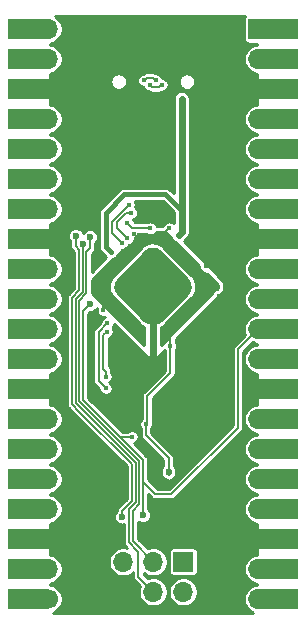
<source format=gbl>
G04 #@! TF.GenerationSoftware,KiCad,Pcbnew,(5.1.10)-1*
G04 #@! TF.CreationDate,2021-09-15T22:42:09+01:00*
G04 #@! TF.ProjectId,32u4-Pico,33327534-2d50-4696-936f-2e6b69636164,REV1*
G04 #@! TF.SameCoordinates,Original*
G04 #@! TF.FileFunction,Copper,L2,Bot*
G04 #@! TF.FilePolarity,Positive*
%FSLAX46Y46*%
G04 Gerber Fmt 4.6, Leading zero omitted, Abs format (unit mm)*
G04 Created by KiCad (PCBNEW (5.1.10)-1) date 2021-09-15 22:42:09*
%MOMM*%
%LPD*%
G01*
G04 APERTURE LIST*
G04 #@! TA.AperFunction,ComponentPad*
%ADD10O,1.700000X1.700000*%
G04 #@! TD*
G04 #@! TA.AperFunction,ComponentPad*
%ADD11R,1.700000X1.700000*%
G04 #@! TD*
G04 #@! TA.AperFunction,ComponentPad*
%ADD12R,3.500000X1.700000*%
G04 #@! TD*
G04 #@! TA.AperFunction,ComponentPad*
%ADD13C,1.700000*%
G04 #@! TD*
G04 #@! TA.AperFunction,ComponentPad*
%ADD14O,1.000000X2.100000*%
G04 #@! TD*
G04 #@! TA.AperFunction,ComponentPad*
%ADD15O,1.000000X1.600000*%
G04 #@! TD*
G04 #@! TA.AperFunction,ViaPad*
%ADD16C,0.400000*%
G04 #@! TD*
G04 #@! TA.AperFunction,ViaPad*
%ADD17C,0.600000*%
G04 #@! TD*
G04 #@! TA.AperFunction,Conductor*
%ADD18C,0.300000*%
G04 #@! TD*
G04 #@! TA.AperFunction,Conductor*
%ADD19C,0.600000*%
G04 #@! TD*
G04 #@! TA.AperFunction,Conductor*
%ADD20C,0.150000*%
G04 #@! TD*
G04 #@! TA.AperFunction,Conductor*
%ADD21C,0.200000*%
G04 #@! TD*
G04 #@! TA.AperFunction,Conductor*
%ADD22C,0.400000*%
G04 #@! TD*
G04 #@! TA.AperFunction,Conductor*
%ADD23C,0.250000*%
G04 #@! TD*
G04 APERTURE END LIST*
D10*
X101110000Y-106365000D03*
X101110000Y-103825000D03*
X103650000Y-106365000D03*
X103650000Y-103825000D03*
X106190000Y-106365000D03*
D11*
X106190000Y-103825000D03*
D10*
X112550000Y-106985000D03*
X112550000Y-104445000D03*
D11*
X112550000Y-101905000D03*
D10*
X112550000Y-99365000D03*
X112550000Y-96825000D03*
X112550000Y-94285000D03*
X112550000Y-91745000D03*
D11*
X112550000Y-89205000D03*
D10*
X112550000Y-86665000D03*
X112550000Y-84125000D03*
X112550000Y-81585000D03*
X112550000Y-79045000D03*
D11*
X112550000Y-76505000D03*
D10*
X112550000Y-73965000D03*
X112550000Y-71425000D03*
X112550000Y-68885000D03*
X112550000Y-66345000D03*
D11*
X112550000Y-63805000D03*
D10*
X112550000Y-61265000D03*
D11*
X112550000Y-58725000D03*
D12*
X114250000Y-99365000D03*
X114250000Y-101905000D03*
X114250000Y-96825000D03*
X114250000Y-104445000D03*
X114250000Y-94285000D03*
X114250000Y-106985000D03*
X114250000Y-86665000D03*
X114250000Y-91745000D03*
X114250000Y-84125000D03*
X114250000Y-73965000D03*
X114250000Y-71425000D03*
X114250000Y-68885000D03*
X114250000Y-61265000D03*
X114250000Y-89205000D03*
X114250000Y-76505000D03*
X114250000Y-63805000D03*
X114250000Y-58725000D03*
X114250000Y-79045000D03*
X114250000Y-66345000D03*
X114250000Y-81585000D03*
D10*
X94750000Y-58725000D03*
X94750000Y-61265000D03*
D11*
X94750000Y-63805000D03*
D10*
X94750000Y-66345000D03*
X94750000Y-68885000D03*
X94750000Y-71425000D03*
X94750000Y-73965000D03*
D11*
X94750000Y-76505000D03*
D10*
X94750000Y-79045000D03*
X94750000Y-81585000D03*
X94750000Y-84125000D03*
X94750000Y-86665000D03*
D11*
X94750000Y-89205000D03*
D10*
X94750000Y-91745000D03*
X94750000Y-94285000D03*
X94750000Y-96825000D03*
X94750000Y-99365000D03*
D11*
X94750000Y-101905000D03*
D10*
X94750000Y-104445000D03*
D13*
X94750000Y-106985000D03*
D12*
X93050000Y-104445000D03*
X93050000Y-73965000D03*
X93050000Y-99365000D03*
X93050000Y-94285000D03*
X93050000Y-89205000D03*
X93050000Y-86665000D03*
X93050000Y-71425000D03*
X93060000Y-79045000D03*
X93050000Y-68885000D03*
X93050000Y-61255000D03*
X93050000Y-66335000D03*
X93040000Y-91745000D03*
X93050000Y-96825000D03*
X93050000Y-81585000D03*
X93050000Y-76505000D03*
X93050000Y-106985000D03*
X93050000Y-84125000D03*
X93050000Y-63805000D03*
X93050000Y-101905000D03*
X93050000Y-58725000D03*
D14*
X107920000Y-63705000D03*
X99280000Y-63705000D03*
D15*
X107920000Y-59525000D03*
X99280000Y-59525000D03*
D16*
X108140100Y-78802300D03*
X103610000Y-85025000D03*
X98831000Y-73608000D03*
X107181000Y-74599000D03*
X109181000Y-81313000D03*
X97690000Y-92661000D03*
X102615000Y-73570000D03*
X106059000Y-87067000D03*
X109880000Y-70185000D03*
D17*
X108673500Y-75767000D03*
X103720500Y-70115500D03*
X99910500Y-68591500D03*
X110261000Y-100024000D03*
X98958000Y-96277500D03*
X106490000Y-100205000D03*
X103330000Y-88155040D03*
D16*
X106940000Y-94825000D03*
X107840000Y-97725000D03*
X105842575Y-76121425D03*
X100041294Y-77612706D03*
X106050000Y-64620000D03*
X103408000Y-75574000D03*
X101424000Y-75116000D03*
X100983000Y-76805000D03*
X101585000Y-73586000D03*
X101454000Y-76412000D03*
X101788000Y-74290000D03*
X102849988Y-63067000D03*
X103847500Y-63054300D03*
X104366385Y-63442272D03*
X103345936Y-63452664D03*
X103022000Y-92150000D03*
X101985000Y-76100000D03*
X108441000Y-80297000D03*
X99428000Y-82544000D03*
X105000733Y-75578733D03*
X105086975Y-85529025D03*
D17*
X104940000Y-96225000D03*
D16*
X99718411Y-84333589D03*
X99630014Y-88155000D03*
X99763928Y-83641000D03*
X99630028Y-89134972D03*
D17*
X102768000Y-99897000D03*
X98323000Y-81990000D03*
D16*
X101840000Y-93225000D03*
D17*
X97690000Y-76905000D03*
X98290000Y-76305000D03*
X97082000Y-76213000D03*
X100990000Y-100005000D03*
D18*
X109720000Y-79545000D02*
X109680000Y-79505000D01*
X109720000Y-81772000D02*
X109720000Y-79545000D01*
X109680000Y-81812000D02*
X109720000Y-81772000D01*
X108720000Y-78755000D02*
X108090000Y-78755000D01*
X109320000Y-78155000D02*
X108720000Y-78755000D01*
X109320000Y-79145000D02*
X109320000Y-78155000D01*
X109680000Y-79505000D02*
X109320000Y-79145000D01*
D19*
X103610000Y-86715000D02*
X103610000Y-86715000D01*
D20*
X109181000Y-81313000D02*
X109488000Y-81620000D01*
X109488000Y-81620000D02*
X109680000Y-81812000D01*
D19*
X103610000Y-87875040D02*
X103330000Y-88155040D01*
X103610000Y-82375000D02*
X103610000Y-87875040D01*
D21*
X106050000Y-64620000D02*
X106050000Y-64620000D01*
D19*
X106050000Y-75914000D02*
X105842575Y-76121425D01*
X106050000Y-64620000D02*
X106050000Y-75914000D01*
D22*
X99640000Y-77211412D02*
X100041294Y-77612706D01*
X99640000Y-74259500D02*
X99640000Y-77211412D01*
X101180500Y-72719000D02*
X99640000Y-74259500D01*
X104673000Y-72719000D02*
X101180500Y-72719000D01*
X106070000Y-74116000D02*
X104673000Y-72719000D01*
X106070000Y-75894000D02*
X106070000Y-74116000D01*
X105842575Y-76121425D02*
X106070000Y-75894000D01*
D21*
X101882000Y-75574000D02*
X101424000Y-75116000D01*
X103408000Y-75574000D02*
X101882000Y-75574000D01*
X100140000Y-75031000D02*
X101585000Y-73586000D01*
X100140000Y-75962000D02*
X100140000Y-75031000D01*
X100983000Y-76805000D02*
X100140000Y-75962000D01*
X100579000Y-75086990D02*
X101375990Y-74290000D01*
X101454000Y-76412000D02*
X100579000Y-75537000D01*
X100579000Y-75537000D02*
X100579000Y-75086990D01*
X101375990Y-74290000D02*
X101788000Y-74290000D01*
X101788000Y-74290000D02*
X101788000Y-74290000D01*
D20*
X103075387Y-62841601D02*
X103634801Y-62841601D01*
X102849988Y-63067000D02*
X103075387Y-62841601D01*
X103634801Y-62841601D02*
X103847500Y-63054300D01*
X104366385Y-63442272D02*
X104151063Y-63657594D01*
X104151063Y-63657594D02*
X103550866Y-63657594D01*
X103550866Y-63657594D02*
X103345936Y-63452664D01*
D21*
X104629733Y-75949733D02*
X105000733Y-75578733D01*
X105000733Y-75578733D02*
X104722699Y-75856767D01*
X104722699Y-75856767D02*
X104722699Y-77048279D01*
X104722699Y-77048279D02*
X107971420Y-80297000D01*
X108158158Y-80297000D02*
X108441000Y-80297000D01*
X107971420Y-80297000D02*
X108158158Y-80297000D01*
X104134466Y-76445000D02*
X104629733Y-75949733D01*
X102330000Y-76445000D02*
X104134466Y-76445000D01*
X101985000Y-76100000D02*
X102330000Y-76445000D01*
D20*
X105086975Y-85529025D02*
X105086975Y-83725000D01*
D21*
X105086975Y-84178025D02*
X105086975Y-85529025D01*
X108441000Y-80824000D02*
X105086975Y-84178025D01*
X108441000Y-80297000D02*
X108441000Y-80824000D01*
D20*
X103149000Y-89776000D02*
X105086975Y-87838025D01*
X103149000Y-92023000D02*
X103149000Y-89776000D01*
X105086975Y-87838025D02*
X105086975Y-85529025D01*
X103022000Y-92150000D02*
X103149000Y-92023000D01*
D21*
X103084000Y-76445000D02*
X104134466Y-76445000D01*
X99428000Y-80101000D02*
X103084000Y-76445000D01*
X99428000Y-82544000D02*
X99428000Y-80101000D01*
D20*
X104990000Y-96505000D02*
X104940000Y-96455000D01*
X104940000Y-96455000D02*
X104940000Y-96225000D01*
X104940000Y-95025000D02*
X104940000Y-96225000D01*
X103022000Y-93107000D02*
X104940000Y-95025000D01*
X103022000Y-92150000D02*
X103022000Y-93107000D01*
D21*
X99630000Y-87725000D02*
X99630000Y-88154986D01*
X99630000Y-88154986D02*
X99630014Y-88155000D01*
X99390000Y-87485000D02*
X99630000Y-87725000D01*
X99718411Y-84333589D02*
X99390000Y-84662000D01*
X99390000Y-84662000D02*
X99390000Y-87485000D01*
X99763928Y-83641000D02*
X99039990Y-84364938D01*
X99039990Y-84364938D02*
X99039990Y-88544934D01*
X99039990Y-88544934D02*
X99630028Y-89134972D01*
D20*
X97688000Y-82625000D02*
X98323000Y-81990000D01*
X97688000Y-90118000D02*
X97688000Y-82625000D01*
X102768000Y-95198000D02*
X100863000Y-93293000D01*
X100863000Y-93293000D02*
X97688000Y-90118000D01*
X102768000Y-99897000D02*
X102768000Y-97039500D01*
X102768000Y-97039500D02*
X102768000Y-95198000D01*
X110832500Y-85842500D02*
X112550000Y-84125000D01*
X105190000Y-98105000D02*
X110832500Y-92462500D01*
X103833500Y-98105000D02*
X105190000Y-98105000D01*
X110832500Y-92462500D02*
X110832500Y-85842500D01*
X102768000Y-97039500D02*
X103833500Y-98105000D01*
X100863000Y-93293000D02*
X101772000Y-93293000D01*
X101772000Y-93293000D02*
X101840000Y-93225000D01*
X97690000Y-76905000D02*
X97690000Y-80980722D01*
X97690000Y-80980722D02*
X97087981Y-81582743D01*
X97087981Y-81582743D02*
X97087982Y-90366538D01*
X97087982Y-90366538D02*
X102167980Y-95446536D01*
X102167980Y-98802742D02*
X101665722Y-99305000D01*
X102167980Y-95446536D02*
X102167980Y-98802742D01*
X101665722Y-99305000D02*
X101589990Y-99380732D01*
X101589990Y-99380732D02*
X101589990Y-99905010D01*
X101589990Y-99905010D02*
X101589990Y-100004990D01*
X103650000Y-106365000D02*
X102390000Y-105105000D01*
X102390000Y-105105000D02*
X102390000Y-102989278D01*
X102390000Y-102989278D02*
X101589989Y-102189268D01*
X101589989Y-102189268D02*
X101589990Y-99905010D01*
X101890000Y-99805000D02*
X101890000Y-100005000D01*
X101890000Y-102065000D02*
X103650000Y-103825000D01*
X101890000Y-99805000D02*
X101890000Y-102065000D01*
X98290000Y-77275000D02*
X98290000Y-76305000D01*
X97990010Y-81104990D02*
X97990010Y-77574990D01*
X97387990Y-81707010D02*
X97990010Y-81104990D01*
X97387991Y-90242269D02*
X97387990Y-81707010D01*
X102467990Y-95322268D02*
X97387991Y-90242269D01*
X97990010Y-77574990D02*
X98290000Y-77275000D01*
X102467990Y-98927010D02*
X102467990Y-95322268D01*
X101890000Y-99505000D02*
X102467990Y-98927010D01*
X101890000Y-99805000D02*
X101890000Y-99505000D01*
X100990000Y-100005000D02*
X100990000Y-100005000D01*
X97389990Y-80856456D02*
X96787972Y-81458475D01*
X97082000Y-76213000D02*
X97082000Y-77097000D01*
X97389990Y-77404990D02*
X97389990Y-80856456D01*
X97402166Y-91105000D02*
X101867970Y-95570804D01*
X97082000Y-77097000D02*
X97389990Y-77404990D01*
X96787972Y-81458475D02*
X96787973Y-90502973D01*
X96787973Y-90502973D02*
X97390000Y-91105000D01*
X97390000Y-91105000D02*
X97402166Y-91105000D01*
X101867970Y-95570804D02*
X101867970Y-98678474D01*
X100990000Y-99556444D02*
X100990000Y-100005000D01*
X101867970Y-98678474D02*
X100990000Y-99556444D01*
D23*
X111386691Y-57665653D02*
X111351869Y-57730800D01*
X111330426Y-57801487D01*
X111323186Y-57875000D01*
X111323186Y-59575000D01*
X111330426Y-59648513D01*
X111351869Y-59719200D01*
X111386691Y-59784347D01*
X111433552Y-59841448D01*
X111490653Y-59888309D01*
X111555800Y-59923131D01*
X111626487Y-59944574D01*
X111700000Y-59951814D01*
X112447400Y-59951814D01*
X112447400Y-60040000D01*
X112429348Y-60040000D01*
X112192681Y-60087076D01*
X111969745Y-60179419D01*
X111769108Y-60313481D01*
X111598481Y-60484108D01*
X111464419Y-60684745D01*
X111372076Y-60907681D01*
X111325000Y-61144348D01*
X111325000Y-61385652D01*
X111372076Y-61622319D01*
X111464419Y-61845255D01*
X111598481Y-62045892D01*
X111769108Y-62216519D01*
X111969745Y-62350581D01*
X112192681Y-62442924D01*
X112429348Y-62490000D01*
X112447400Y-62490000D01*
X112447400Y-65120000D01*
X112429348Y-65120000D01*
X112192681Y-65167076D01*
X111969745Y-65259419D01*
X111769108Y-65393481D01*
X111598481Y-65564108D01*
X111464419Y-65764745D01*
X111372076Y-65987681D01*
X111325000Y-66224348D01*
X111325000Y-66465652D01*
X111372076Y-66702319D01*
X111464419Y-66925255D01*
X111598481Y-67125892D01*
X111769108Y-67296519D01*
X111969745Y-67430581D01*
X112192681Y-67522924D01*
X112429348Y-67570000D01*
X112447400Y-67570000D01*
X112447400Y-67660000D01*
X112429348Y-67660000D01*
X112192681Y-67707076D01*
X111969745Y-67799419D01*
X111769108Y-67933481D01*
X111598481Y-68104108D01*
X111464419Y-68304745D01*
X111372076Y-68527681D01*
X111325000Y-68764348D01*
X111325000Y-69005652D01*
X111372076Y-69242319D01*
X111464419Y-69465255D01*
X111598481Y-69665892D01*
X111769108Y-69836519D01*
X111969745Y-69970581D01*
X112192681Y-70062924D01*
X112429348Y-70110000D01*
X112447400Y-70110000D01*
X112447400Y-70200000D01*
X112429348Y-70200000D01*
X112192681Y-70247076D01*
X111969745Y-70339419D01*
X111769108Y-70473481D01*
X111598481Y-70644108D01*
X111464419Y-70844745D01*
X111372076Y-71067681D01*
X111325000Y-71304348D01*
X111325000Y-71545652D01*
X111372076Y-71782319D01*
X111464419Y-72005255D01*
X111598481Y-72205892D01*
X111769108Y-72376519D01*
X111969745Y-72510581D01*
X112192681Y-72602924D01*
X112429348Y-72650000D01*
X112447400Y-72650000D01*
X112447400Y-72740000D01*
X112429348Y-72740000D01*
X112192681Y-72787076D01*
X111969745Y-72879419D01*
X111769108Y-73013481D01*
X111598481Y-73184108D01*
X111464419Y-73384745D01*
X111372076Y-73607681D01*
X111325000Y-73844348D01*
X111325000Y-74085652D01*
X111372076Y-74322319D01*
X111464419Y-74545255D01*
X111598481Y-74745892D01*
X111769108Y-74916519D01*
X111969745Y-75050581D01*
X112192681Y-75142924D01*
X112429348Y-75190000D01*
X112447400Y-75190000D01*
X112447400Y-77820000D01*
X112429348Y-77820000D01*
X112192681Y-77867076D01*
X111969745Y-77959419D01*
X111769108Y-78093481D01*
X111598481Y-78264108D01*
X111464419Y-78464745D01*
X111372076Y-78687681D01*
X111325000Y-78924348D01*
X111325000Y-79165652D01*
X111372076Y-79402319D01*
X111464419Y-79625255D01*
X111598481Y-79825892D01*
X111769108Y-79996519D01*
X111969745Y-80130581D01*
X112192681Y-80222924D01*
X112429348Y-80270000D01*
X112447400Y-80270000D01*
X112447400Y-80360000D01*
X112429348Y-80360000D01*
X112192681Y-80407076D01*
X111969745Y-80499419D01*
X111769108Y-80633481D01*
X111598481Y-80804108D01*
X111464419Y-81004745D01*
X111372076Y-81227681D01*
X111325000Y-81464348D01*
X111325000Y-81705652D01*
X111372076Y-81942319D01*
X111464419Y-82165255D01*
X111598481Y-82365892D01*
X111769108Y-82536519D01*
X111969745Y-82670581D01*
X112192681Y-82762924D01*
X112429348Y-82810000D01*
X112447400Y-82810000D01*
X112447400Y-82900000D01*
X112429348Y-82900000D01*
X112192681Y-82947076D01*
X111969745Y-83039419D01*
X111769108Y-83173481D01*
X111598481Y-83344108D01*
X111464419Y-83544745D01*
X111372076Y-83767681D01*
X111325000Y-84004348D01*
X111325000Y-84245652D01*
X111372076Y-84482319D01*
X111426030Y-84612575D01*
X110529929Y-85508676D01*
X110512764Y-85522763D01*
X110498677Y-85539928D01*
X110498672Y-85539933D01*
X110456529Y-85591284D01*
X110414743Y-85669460D01*
X110389012Y-85754285D01*
X110380324Y-85842500D01*
X110382501Y-85864604D01*
X110382500Y-92276104D01*
X105003605Y-97655000D01*
X104019896Y-97655000D01*
X103218000Y-96853105D01*
X103218000Y-95220094D01*
X103220176Y-95198000D01*
X103218000Y-95175906D01*
X103218000Y-95175895D01*
X103211489Y-95109785D01*
X103185757Y-95024959D01*
X103173964Y-95002896D01*
X103143971Y-94946783D01*
X103101828Y-94895432D01*
X103101824Y-94895428D01*
X103087737Y-94878263D01*
X103070572Y-94864176D01*
X101988185Y-93781789D01*
X102007721Y-93777903D01*
X102112365Y-93734558D01*
X102206541Y-93671632D01*
X102286632Y-93591541D01*
X102349558Y-93497365D01*
X102392903Y-93392721D01*
X102415000Y-93281633D01*
X102415000Y-93168367D01*
X102392903Y-93057279D01*
X102349558Y-92952635D01*
X102286632Y-92858459D01*
X102206541Y-92778368D01*
X102112365Y-92715442D01*
X102007721Y-92672097D01*
X101896633Y-92650000D01*
X101783367Y-92650000D01*
X101672279Y-92672097D01*
X101567635Y-92715442D01*
X101473459Y-92778368D01*
X101408827Y-92843000D01*
X101049396Y-92843000D01*
X98138000Y-89931605D01*
X98138000Y-82811395D01*
X98284395Y-82665000D01*
X98389482Y-82665000D01*
X98519890Y-82639060D01*
X98642732Y-82588177D01*
X98753287Y-82514307D01*
X98847307Y-82420287D01*
X98874412Y-82379721D01*
X98853000Y-82487367D01*
X98853000Y-82600633D01*
X98875097Y-82711721D01*
X98918442Y-82816365D01*
X98981368Y-82910541D01*
X99061459Y-82990632D01*
X99155635Y-83053558D01*
X99260279Y-83096903D01*
X99371367Y-83119000D01*
X99484633Y-83119000D01*
X99555755Y-83104853D01*
X99491563Y-83131442D01*
X99397387Y-83194368D01*
X99317296Y-83274459D01*
X99254370Y-83368635D01*
X99211025Y-83473279D01*
X99198889Y-83534288D01*
X98720624Y-84012554D01*
X98702489Y-84027437D01*
X98643131Y-84099765D01*
X98599024Y-84182285D01*
X98598291Y-84184702D01*
X98571863Y-84271822D01*
X98562692Y-84364938D01*
X98564990Y-84388270D01*
X98564991Y-88521592D01*
X98562692Y-88544934D01*
X98571863Y-88638050D01*
X98599025Y-88727588D01*
X98643132Y-88810107D01*
X98702490Y-88882435D01*
X98720619Y-88897313D01*
X99064990Y-89241685D01*
X99077125Y-89302693D01*
X99120470Y-89407337D01*
X99183396Y-89501513D01*
X99263487Y-89581604D01*
X99357663Y-89644530D01*
X99462307Y-89687875D01*
X99573395Y-89709972D01*
X99686661Y-89709972D01*
X99797749Y-89687875D01*
X99902393Y-89644530D01*
X99996569Y-89581604D01*
X100076660Y-89501513D01*
X100139586Y-89407337D01*
X100182931Y-89302693D01*
X100205028Y-89191605D01*
X100205028Y-89078339D01*
X100182931Y-88967251D01*
X100139586Y-88862607D01*
X100076660Y-88768431D01*
X99996569Y-88688340D01*
X99931678Y-88644981D01*
X99996555Y-88601632D01*
X100076646Y-88521541D01*
X100139572Y-88427365D01*
X100182917Y-88322721D01*
X100205014Y-88211633D01*
X100205014Y-88098367D01*
X100182917Y-87987279D01*
X100139572Y-87882635D01*
X100105000Y-87830894D01*
X100105000Y-87748331D01*
X100107298Y-87724999D01*
X100098127Y-87631883D01*
X100089091Y-87602097D01*
X100070966Y-87542346D01*
X100026859Y-87459827D01*
X99967501Y-87387499D01*
X99949366Y-87372616D01*
X99865000Y-87288250D01*
X99865000Y-84890695D01*
X99886132Y-84886492D01*
X99990776Y-84843147D01*
X100084952Y-84780221D01*
X100165043Y-84700130D01*
X100227969Y-84605954D01*
X100271314Y-84501310D01*
X100293411Y-84390222D01*
X100293411Y-84276956D01*
X100271314Y-84165868D01*
X100227969Y-84061224D01*
X100199494Y-84018607D01*
X100210560Y-84007541D01*
X100273486Y-83913365D01*
X100316831Y-83808721D01*
X100338552Y-83699523D01*
X103112294Y-86478030D01*
X103176726Y-86530990D01*
X103257884Y-86585294D01*
X103331506Y-86624686D01*
X103411228Y-86648888D01*
X103506998Y-86667959D01*
X103590090Y-86676143D01*
X103673002Y-86667959D01*
X103768772Y-86648888D01*
X103848664Y-86624616D01*
X103922116Y-86585294D01*
X104003274Y-86530990D01*
X104067706Y-86478030D01*
X104636976Y-85907782D01*
X104636975Y-87651629D01*
X102846429Y-89442176D01*
X102829264Y-89456263D01*
X102815177Y-89473428D01*
X102815172Y-89473433D01*
X102773029Y-89524784D01*
X102731243Y-89602960D01*
X102705512Y-89687785D01*
X102696824Y-89776000D01*
X102699001Y-89798104D01*
X102699000Y-91674275D01*
X102655459Y-91703368D01*
X102575368Y-91783459D01*
X102512442Y-91877635D01*
X102469097Y-91982279D01*
X102447000Y-92093367D01*
X102447000Y-92206633D01*
X102469097Y-92317721D01*
X102512442Y-92422365D01*
X102572000Y-92511501D01*
X102572001Y-93084896D01*
X102569824Y-93107000D01*
X102578512Y-93195215D01*
X102604243Y-93280040D01*
X102646029Y-93358216D01*
X102688172Y-93409567D01*
X102688177Y-93409572D01*
X102702264Y-93426737D01*
X102719429Y-93440824D01*
X104490000Y-95211396D01*
X104490001Y-95720405D01*
X104415693Y-95794713D01*
X104341823Y-95905268D01*
X104290940Y-96028110D01*
X104265000Y-96158518D01*
X104265000Y-96291482D01*
X104290940Y-96421890D01*
X104341823Y-96544732D01*
X104415693Y-96655287D01*
X104509713Y-96749307D01*
X104620268Y-96823177D01*
X104717373Y-96863399D01*
X104738784Y-96880971D01*
X104816960Y-96922757D01*
X104901786Y-96948488D01*
X104990000Y-96957176D01*
X105078215Y-96948488D01*
X105163040Y-96922757D01*
X105241216Y-96880971D01*
X105309737Y-96824737D01*
X105365971Y-96756216D01*
X105369318Y-96749955D01*
X105370287Y-96749307D01*
X105464307Y-96655287D01*
X105538177Y-96544732D01*
X105589060Y-96421890D01*
X105615000Y-96291482D01*
X105615000Y-96158518D01*
X105589060Y-96028110D01*
X105538177Y-95905268D01*
X105464307Y-95794713D01*
X105390000Y-95720406D01*
X105390000Y-95047094D01*
X105392176Y-95025000D01*
X105390000Y-95002906D01*
X105390000Y-95002895D01*
X105383489Y-94936785D01*
X105357757Y-94851959D01*
X105341759Y-94822029D01*
X105315971Y-94773783D01*
X105273828Y-94722432D01*
X105273824Y-94722428D01*
X105259737Y-94705263D01*
X105242573Y-94691177D01*
X103472000Y-92920605D01*
X103472000Y-92511500D01*
X103531558Y-92422365D01*
X103574903Y-92317721D01*
X103597000Y-92206633D01*
X103597000Y-92093367D01*
X103595159Y-92084109D01*
X103599000Y-92045105D01*
X103599000Y-92045095D01*
X103601176Y-92023001D01*
X103599000Y-92000906D01*
X103599000Y-89962395D01*
X105389548Y-88171848D01*
X105406712Y-88157762D01*
X105420799Y-88140597D01*
X105420803Y-88140593D01*
X105462946Y-88089242D01*
X105504732Y-88011066D01*
X105511948Y-87987279D01*
X105530464Y-87926240D01*
X105536975Y-87860130D01*
X105536975Y-87860119D01*
X105539151Y-87838025D01*
X105536975Y-87815931D01*
X105536975Y-85890525D01*
X105596533Y-85801390D01*
X105639878Y-85696746D01*
X105661975Y-85585658D01*
X105661975Y-85472392D01*
X105639878Y-85361304D01*
X105596533Y-85256660D01*
X105561975Y-85204940D01*
X105561975Y-84981193D01*
X109535988Y-81000352D01*
X109588477Y-80936368D01*
X109642351Y-80855819D01*
X109681235Y-80783378D01*
X109705663Y-80703725D01*
X109724858Y-80608740D01*
X109733272Y-80526965D01*
X109725576Y-80444007D01*
X109707210Y-80348859D01*
X109683895Y-80270024D01*
X109645230Y-80196224D01*
X109592061Y-80115207D01*
X109540131Y-80050765D01*
X106230063Y-76676631D01*
X106296425Y-76622169D01*
X106503847Y-76414746D01*
X106529606Y-76393606D01*
X106613958Y-76290824D01*
X106676636Y-76173561D01*
X106714421Y-76049000D01*
X106715233Y-76046324D01*
X106719117Y-76006884D01*
X106725000Y-75947159D01*
X106725000Y-75947153D01*
X106728265Y-75914001D01*
X106725000Y-75880849D01*
X106725000Y-64586841D01*
X106715233Y-64487677D01*
X106676636Y-64360439D01*
X106613958Y-64243176D01*
X106529605Y-64140394D01*
X106426823Y-64056042D01*
X106309560Y-63993364D01*
X106182322Y-63954767D01*
X106050000Y-63941734D01*
X105917677Y-63954767D01*
X105790439Y-63993364D01*
X105673176Y-64056042D01*
X105570394Y-64140395D01*
X105486042Y-64243177D01*
X105423364Y-64360440D01*
X105384767Y-64487678D01*
X105375000Y-64586842D01*
X105375001Y-72607828D01*
X105099565Y-72332393D01*
X105081554Y-72310446D01*
X104993998Y-72238592D01*
X104894108Y-72185199D01*
X104785720Y-72152320D01*
X104701246Y-72144000D01*
X104701243Y-72144000D01*
X104673000Y-72141218D01*
X104644757Y-72144000D01*
X101208743Y-72144000D01*
X101180500Y-72141218D01*
X101152257Y-72144000D01*
X101152254Y-72144000D01*
X101067780Y-72152320D01*
X100959392Y-72185199D01*
X100859501Y-72238592D01*
X100815138Y-72275000D01*
X100771946Y-72310446D01*
X100753939Y-72332388D01*
X99253393Y-73832935D01*
X99231446Y-73850946D01*
X99196819Y-73893141D01*
X99159592Y-73938502D01*
X99113450Y-74024827D01*
X99106199Y-74038393D01*
X99073320Y-74146781D01*
X99065250Y-74228719D01*
X99062218Y-74259500D01*
X99065000Y-74287743D01*
X99065001Y-77183159D01*
X99062218Y-77211412D01*
X99070127Y-77291707D01*
X99072597Y-77316776D01*
X99073321Y-77324131D01*
X99106199Y-77432519D01*
X99159592Y-77532410D01*
X99198648Y-77580000D01*
X99231447Y-77619966D01*
X99253388Y-77637973D01*
X99654688Y-78039273D01*
X98440010Y-79253950D01*
X98440010Y-77761385D01*
X98592567Y-77608828D01*
X98609737Y-77594737D01*
X98643120Y-77554060D01*
X98665971Y-77526217D01*
X98707757Y-77448041D01*
X98712465Y-77432520D01*
X98733489Y-77363215D01*
X98740000Y-77297105D01*
X98740000Y-77297095D01*
X98742176Y-77275000D01*
X98740000Y-77252906D01*
X98740000Y-76809594D01*
X98814307Y-76735287D01*
X98888177Y-76624732D01*
X98939060Y-76501890D01*
X98965000Y-76371482D01*
X98965000Y-76238518D01*
X98939060Y-76108110D01*
X98888177Y-75985268D01*
X98814307Y-75874713D01*
X98720287Y-75780693D01*
X98609732Y-75706823D01*
X98486890Y-75655940D01*
X98356482Y-75630000D01*
X98223518Y-75630000D01*
X98093110Y-75655940D01*
X97970268Y-75706823D01*
X97859713Y-75780693D01*
X97765693Y-75874713D01*
X97708158Y-75960820D01*
X97680177Y-75893268D01*
X97606307Y-75782713D01*
X97512287Y-75688693D01*
X97401732Y-75614823D01*
X97278890Y-75563940D01*
X97148482Y-75538000D01*
X97015518Y-75538000D01*
X96885110Y-75563940D01*
X96762268Y-75614823D01*
X96651713Y-75688693D01*
X96557693Y-75782713D01*
X96483823Y-75893268D01*
X96432940Y-76016110D01*
X96407000Y-76146518D01*
X96407000Y-76279482D01*
X96432940Y-76409890D01*
X96483823Y-76532732D01*
X96557693Y-76643287D01*
X96632001Y-76717595D01*
X96632001Y-77074896D01*
X96629824Y-77097000D01*
X96638512Y-77185215D01*
X96664243Y-77270040D01*
X96706029Y-77348216D01*
X96748172Y-77399567D01*
X96748177Y-77399572D01*
X96762264Y-77416737D01*
X96779429Y-77430824D01*
X96939990Y-77591386D01*
X96939991Y-80670060D01*
X96485400Y-81124652D01*
X96468235Y-81138739D01*
X96454148Y-81155904D01*
X96454144Y-81155908D01*
X96412001Y-81207259D01*
X96398810Y-81231938D01*
X96370215Y-81285435D01*
X96344483Y-81370261D01*
X96337972Y-81436371D01*
X96337972Y-81436381D01*
X96335796Y-81458475D01*
X96337972Y-81480569D01*
X96337974Y-90480869D01*
X96335797Y-90502973D01*
X96344485Y-90591188D01*
X96370216Y-90676013D01*
X96412002Y-90754189D01*
X96454145Y-90805540D01*
X96454150Y-90805545D01*
X96468237Y-90822710D01*
X96485402Y-90836797D01*
X97056176Y-91407572D01*
X97070263Y-91424737D01*
X97087428Y-91438824D01*
X97087432Y-91438828D01*
X97138783Y-91480971D01*
X97145140Y-91484369D01*
X101417970Y-95757200D01*
X101417971Y-98492077D01*
X100687433Y-99222615D01*
X100670263Y-99236707D01*
X100656172Y-99253877D01*
X100614029Y-99305228D01*
X100592895Y-99344767D01*
X100572243Y-99383404D01*
X100546511Y-99468230D01*
X100543707Y-99496699D01*
X100465693Y-99574713D01*
X100391823Y-99685268D01*
X100340940Y-99808110D01*
X100315000Y-99938518D01*
X100315000Y-100071482D01*
X100340940Y-100201890D01*
X100391823Y-100324732D01*
X100465693Y-100435287D01*
X100559713Y-100529307D01*
X100670268Y-100603177D01*
X100793110Y-100654060D01*
X100923518Y-100680000D01*
X101056482Y-100680000D01*
X101139990Y-100663389D01*
X101139989Y-102167174D01*
X101137813Y-102189268D01*
X101139989Y-102211362D01*
X101139989Y-102211372D01*
X101146500Y-102277482D01*
X101158250Y-102316216D01*
X101172232Y-102362308D01*
X101214018Y-102440484D01*
X101256161Y-102491835D01*
X101256165Y-102491839D01*
X101270252Y-102509004D01*
X101287417Y-102523091D01*
X101397517Y-102633192D01*
X101230652Y-102600000D01*
X100989348Y-102600000D01*
X100752681Y-102647076D01*
X100529745Y-102739419D01*
X100329108Y-102873481D01*
X100158481Y-103044108D01*
X100024419Y-103244745D01*
X99932076Y-103467681D01*
X99885000Y-103704348D01*
X99885000Y-103945652D01*
X99932076Y-104182319D01*
X100024419Y-104405255D01*
X100158481Y-104605892D01*
X100329108Y-104776519D01*
X100529745Y-104910581D01*
X100752681Y-105002924D01*
X100989348Y-105050000D01*
X101230652Y-105050000D01*
X101467319Y-105002924D01*
X101690255Y-104910581D01*
X101890892Y-104776519D01*
X101940000Y-104727411D01*
X101940000Y-105082905D01*
X101937824Y-105105000D01*
X101940000Y-105127094D01*
X101940000Y-105127104D01*
X101946511Y-105193214D01*
X101956424Y-105225892D01*
X101972243Y-105278040D01*
X102014029Y-105356216D01*
X102047105Y-105396519D01*
X102070263Y-105424737D01*
X102087434Y-105438829D01*
X102526030Y-105877425D01*
X102472076Y-106007681D01*
X102425000Y-106244348D01*
X102425000Y-106485652D01*
X102472076Y-106722319D01*
X102564419Y-106945255D01*
X102698481Y-107145892D01*
X102869108Y-107316519D01*
X103069745Y-107450581D01*
X103292681Y-107542924D01*
X103529348Y-107590000D01*
X103770652Y-107590000D01*
X104007319Y-107542924D01*
X104230255Y-107450581D01*
X104430892Y-107316519D01*
X104601519Y-107145892D01*
X104735581Y-106945255D01*
X104827924Y-106722319D01*
X104875000Y-106485652D01*
X104875000Y-106244348D01*
X104965000Y-106244348D01*
X104965000Y-106485652D01*
X105012076Y-106722319D01*
X105104419Y-106945255D01*
X105238481Y-107145892D01*
X105409108Y-107316519D01*
X105609745Y-107450581D01*
X105832681Y-107542924D01*
X106069348Y-107590000D01*
X106310652Y-107590000D01*
X106547319Y-107542924D01*
X106770255Y-107450581D01*
X106970892Y-107316519D01*
X107141519Y-107145892D01*
X107275581Y-106945255D01*
X107367924Y-106722319D01*
X107415000Y-106485652D01*
X107415000Y-106244348D01*
X107367924Y-106007681D01*
X107275581Y-105784745D01*
X107141519Y-105584108D01*
X106970892Y-105413481D01*
X106770255Y-105279419D01*
X106547319Y-105187076D01*
X106310652Y-105140000D01*
X106069348Y-105140000D01*
X105832681Y-105187076D01*
X105609745Y-105279419D01*
X105409108Y-105413481D01*
X105238481Y-105584108D01*
X105104419Y-105784745D01*
X105012076Y-106007681D01*
X104965000Y-106244348D01*
X104875000Y-106244348D01*
X104827924Y-106007681D01*
X104735581Y-105784745D01*
X104601519Y-105584108D01*
X104430892Y-105413481D01*
X104230255Y-105279419D01*
X104007319Y-105187076D01*
X103770652Y-105140000D01*
X103529348Y-105140000D01*
X103292681Y-105187076D01*
X103162425Y-105241030D01*
X102840000Y-104918605D01*
X102840000Y-104747411D01*
X102869108Y-104776519D01*
X103069745Y-104910581D01*
X103292681Y-105002924D01*
X103529348Y-105050000D01*
X103770652Y-105050000D01*
X104007319Y-105002924D01*
X104230255Y-104910581D01*
X104430892Y-104776519D01*
X104601519Y-104605892D01*
X104735581Y-104405255D01*
X104827924Y-104182319D01*
X104875000Y-103945652D01*
X104875000Y-103704348D01*
X104827924Y-103467681D01*
X104735581Y-103244745D01*
X104601519Y-103044108D01*
X104532411Y-102975000D01*
X104963186Y-102975000D01*
X104963186Y-104675000D01*
X104970426Y-104748513D01*
X104991869Y-104819200D01*
X105026691Y-104884347D01*
X105073552Y-104941448D01*
X105130653Y-104988309D01*
X105195800Y-105023131D01*
X105266487Y-105044574D01*
X105340000Y-105051814D01*
X107040000Y-105051814D01*
X107113513Y-105044574D01*
X107184200Y-105023131D01*
X107249347Y-104988309D01*
X107306448Y-104941448D01*
X107353309Y-104884347D01*
X107388131Y-104819200D01*
X107409574Y-104748513D01*
X107416814Y-104675000D01*
X107416814Y-102975000D01*
X107409574Y-102901487D01*
X107388131Y-102830800D01*
X107353309Y-102765653D01*
X107306448Y-102708552D01*
X107249347Y-102661691D01*
X107184200Y-102626869D01*
X107113513Y-102605426D01*
X107040000Y-102598186D01*
X105340000Y-102598186D01*
X105266487Y-102605426D01*
X105195800Y-102626869D01*
X105130653Y-102661691D01*
X105073552Y-102708552D01*
X105026691Y-102765653D01*
X104991869Y-102830800D01*
X104970426Y-102901487D01*
X104963186Y-102975000D01*
X104532411Y-102975000D01*
X104430892Y-102873481D01*
X104230255Y-102739419D01*
X104007319Y-102647076D01*
X103770652Y-102600000D01*
X103529348Y-102600000D01*
X103292681Y-102647076D01*
X103162425Y-102701030D01*
X102340000Y-101878605D01*
X102340000Y-100422835D01*
X102448268Y-100495177D01*
X102571110Y-100546060D01*
X102701518Y-100572000D01*
X102834482Y-100572000D01*
X102964890Y-100546060D01*
X103087732Y-100495177D01*
X103198287Y-100421307D01*
X103292307Y-100327287D01*
X103366177Y-100216732D01*
X103417060Y-100093890D01*
X103443000Y-99963482D01*
X103443000Y-99830518D01*
X103417060Y-99700110D01*
X103366177Y-99577268D01*
X103292307Y-99466713D01*
X103218000Y-99392406D01*
X103218000Y-98125896D01*
X103499676Y-98407572D01*
X103513763Y-98424737D01*
X103530928Y-98438824D01*
X103530932Y-98438828D01*
X103582283Y-98480971D01*
X103628050Y-98505434D01*
X103660459Y-98522757D01*
X103745285Y-98548489D01*
X103811395Y-98555000D01*
X103811406Y-98555000D01*
X103833500Y-98557176D01*
X103855594Y-98555000D01*
X105167906Y-98555000D01*
X105190000Y-98557176D01*
X105212094Y-98555000D01*
X105212105Y-98555000D01*
X105278215Y-98548489D01*
X105363041Y-98522757D01*
X105441216Y-98480971D01*
X105509737Y-98424737D01*
X105523829Y-98407566D01*
X111135073Y-92796323D01*
X111152237Y-92782237D01*
X111166324Y-92765072D01*
X111166328Y-92765068D01*
X111208471Y-92713717D01*
X111250257Y-92635541D01*
X111262555Y-92595000D01*
X111275989Y-92550715D01*
X111282500Y-92484605D01*
X111282500Y-92484595D01*
X111284676Y-92462501D01*
X111282500Y-92440406D01*
X111282500Y-86028895D01*
X112062425Y-85248970D01*
X112192681Y-85302924D01*
X112429348Y-85350000D01*
X112447400Y-85350000D01*
X112447400Y-85440000D01*
X112429348Y-85440000D01*
X112192681Y-85487076D01*
X111969745Y-85579419D01*
X111769108Y-85713481D01*
X111598481Y-85884108D01*
X111464419Y-86084745D01*
X111372076Y-86307681D01*
X111325000Y-86544348D01*
X111325000Y-86785652D01*
X111372076Y-87022319D01*
X111464419Y-87245255D01*
X111598481Y-87445892D01*
X111769108Y-87616519D01*
X111969745Y-87750581D01*
X112192681Y-87842924D01*
X112429348Y-87890000D01*
X112447400Y-87890000D01*
X112447400Y-90520000D01*
X112429348Y-90520000D01*
X112192681Y-90567076D01*
X111969745Y-90659419D01*
X111769108Y-90793481D01*
X111598481Y-90964108D01*
X111464419Y-91164745D01*
X111372076Y-91387681D01*
X111325000Y-91624348D01*
X111325000Y-91865652D01*
X111372076Y-92102319D01*
X111464419Y-92325255D01*
X111598481Y-92525892D01*
X111769108Y-92696519D01*
X111969745Y-92830581D01*
X112192681Y-92922924D01*
X112429348Y-92970000D01*
X112447400Y-92970000D01*
X112447400Y-93060000D01*
X112429348Y-93060000D01*
X112192681Y-93107076D01*
X111969745Y-93199419D01*
X111769108Y-93333481D01*
X111598481Y-93504108D01*
X111464419Y-93704745D01*
X111372076Y-93927681D01*
X111325000Y-94164348D01*
X111325000Y-94405652D01*
X111372076Y-94642319D01*
X111464419Y-94865255D01*
X111598481Y-95065892D01*
X111769108Y-95236519D01*
X111969745Y-95370581D01*
X112192681Y-95462924D01*
X112429348Y-95510000D01*
X112447400Y-95510000D01*
X112447400Y-95600000D01*
X112429348Y-95600000D01*
X112192681Y-95647076D01*
X111969745Y-95739419D01*
X111769108Y-95873481D01*
X111598481Y-96044108D01*
X111464419Y-96244745D01*
X111372076Y-96467681D01*
X111325000Y-96704348D01*
X111325000Y-96945652D01*
X111372076Y-97182319D01*
X111464419Y-97405255D01*
X111598481Y-97605892D01*
X111769108Y-97776519D01*
X111969745Y-97910581D01*
X112192681Y-98002924D01*
X112429348Y-98050000D01*
X112447400Y-98050000D01*
X112447400Y-98140000D01*
X112429348Y-98140000D01*
X112192681Y-98187076D01*
X111969745Y-98279419D01*
X111769108Y-98413481D01*
X111598481Y-98584108D01*
X111464419Y-98784745D01*
X111372076Y-99007681D01*
X111325000Y-99244348D01*
X111325000Y-99485652D01*
X111372076Y-99722319D01*
X111464419Y-99945255D01*
X111598481Y-100145892D01*
X111769108Y-100316519D01*
X111969745Y-100450581D01*
X112192681Y-100542924D01*
X112429348Y-100590000D01*
X112447400Y-100590000D01*
X112447400Y-103220000D01*
X112429348Y-103220000D01*
X112192681Y-103267076D01*
X111969745Y-103359419D01*
X111769108Y-103493481D01*
X111598481Y-103664108D01*
X111464419Y-103864745D01*
X111372076Y-104087681D01*
X111325000Y-104324348D01*
X111325000Y-104565652D01*
X111372076Y-104802319D01*
X111464419Y-105025255D01*
X111598481Y-105225892D01*
X111769108Y-105396519D01*
X111969745Y-105530581D01*
X112192681Y-105622924D01*
X112429348Y-105670000D01*
X112447400Y-105670000D01*
X112447400Y-105760000D01*
X112429348Y-105760000D01*
X112192681Y-105807076D01*
X111969745Y-105899419D01*
X111769108Y-106033481D01*
X111598481Y-106204108D01*
X111464419Y-106404745D01*
X111372076Y-106627681D01*
X111325000Y-106864348D01*
X111325000Y-107105652D01*
X111372076Y-107342319D01*
X111464419Y-107565255D01*
X111598481Y-107765892D01*
X111769108Y-107936519D01*
X111969745Y-108070581D01*
X112101124Y-108125000D01*
X95198876Y-108125000D01*
X95330255Y-108070581D01*
X95530892Y-107936519D01*
X95701519Y-107765892D01*
X95835581Y-107565255D01*
X95927924Y-107342319D01*
X95975000Y-107105652D01*
X95975000Y-106864348D01*
X95927924Y-106627681D01*
X95835581Y-106404745D01*
X95701519Y-106204108D01*
X95530892Y-106033481D01*
X95330255Y-105899419D01*
X95107319Y-105807076D01*
X94870652Y-105760000D01*
X94866600Y-105760000D01*
X94866600Y-105670000D01*
X94870652Y-105670000D01*
X95107319Y-105622924D01*
X95330255Y-105530581D01*
X95530892Y-105396519D01*
X95701519Y-105225892D01*
X95835581Y-105025255D01*
X95927924Y-104802319D01*
X95975000Y-104565652D01*
X95975000Y-104324348D01*
X95927924Y-104087681D01*
X95835581Y-103864745D01*
X95701519Y-103664108D01*
X95530892Y-103493481D01*
X95330255Y-103359419D01*
X95107319Y-103267076D01*
X94870652Y-103220000D01*
X94866600Y-103220000D01*
X94866600Y-100590000D01*
X94870652Y-100590000D01*
X95107319Y-100542924D01*
X95330255Y-100450581D01*
X95530892Y-100316519D01*
X95701519Y-100145892D01*
X95835581Y-99945255D01*
X95927924Y-99722319D01*
X95975000Y-99485652D01*
X95975000Y-99244348D01*
X95927924Y-99007681D01*
X95835581Y-98784745D01*
X95701519Y-98584108D01*
X95530892Y-98413481D01*
X95330255Y-98279419D01*
X95107319Y-98187076D01*
X94870652Y-98140000D01*
X94866600Y-98140000D01*
X94866600Y-98050000D01*
X94870652Y-98050000D01*
X95107319Y-98002924D01*
X95330255Y-97910581D01*
X95530892Y-97776519D01*
X95701519Y-97605892D01*
X95835581Y-97405255D01*
X95927924Y-97182319D01*
X95975000Y-96945652D01*
X95975000Y-96704348D01*
X95927924Y-96467681D01*
X95835581Y-96244745D01*
X95701519Y-96044108D01*
X95530892Y-95873481D01*
X95330255Y-95739419D01*
X95107319Y-95647076D01*
X94870652Y-95600000D01*
X94866600Y-95600000D01*
X94866600Y-95510000D01*
X94870652Y-95510000D01*
X95107319Y-95462924D01*
X95330255Y-95370581D01*
X95530892Y-95236519D01*
X95701519Y-95065892D01*
X95835581Y-94865255D01*
X95927924Y-94642319D01*
X95975000Y-94405652D01*
X95975000Y-94164348D01*
X95927924Y-93927681D01*
X95835581Y-93704745D01*
X95701519Y-93504108D01*
X95530892Y-93333481D01*
X95330255Y-93199419D01*
X95107319Y-93107076D01*
X94870652Y-93060000D01*
X94866600Y-93060000D01*
X94866600Y-92970000D01*
X94870652Y-92970000D01*
X95107319Y-92922924D01*
X95330255Y-92830581D01*
X95530892Y-92696519D01*
X95701519Y-92525892D01*
X95835581Y-92325255D01*
X95927924Y-92102319D01*
X95975000Y-91865652D01*
X95975000Y-91624348D01*
X95927924Y-91387681D01*
X95835581Y-91164745D01*
X95701519Y-90964108D01*
X95530892Y-90793481D01*
X95330255Y-90659419D01*
X95107319Y-90567076D01*
X94870652Y-90520000D01*
X94866600Y-90520000D01*
X94866600Y-87890000D01*
X94870652Y-87890000D01*
X95107319Y-87842924D01*
X95330255Y-87750581D01*
X95530892Y-87616519D01*
X95701519Y-87445892D01*
X95835581Y-87245255D01*
X95927924Y-87022319D01*
X95975000Y-86785652D01*
X95975000Y-86544348D01*
X95927924Y-86307681D01*
X95835581Y-86084745D01*
X95701519Y-85884108D01*
X95530892Y-85713481D01*
X95330255Y-85579419D01*
X95107319Y-85487076D01*
X94870652Y-85440000D01*
X94866600Y-85440000D01*
X94866600Y-85350000D01*
X94870652Y-85350000D01*
X95107319Y-85302924D01*
X95330255Y-85210581D01*
X95530892Y-85076519D01*
X95701519Y-84905892D01*
X95835581Y-84705255D01*
X95927924Y-84482319D01*
X95975000Y-84245652D01*
X95975000Y-84004348D01*
X95927924Y-83767681D01*
X95835581Y-83544745D01*
X95701519Y-83344108D01*
X95530892Y-83173481D01*
X95330255Y-83039419D01*
X95107319Y-82947076D01*
X94870652Y-82900000D01*
X94866600Y-82900000D01*
X94866600Y-82810000D01*
X94870652Y-82810000D01*
X95107319Y-82762924D01*
X95330255Y-82670581D01*
X95530892Y-82536519D01*
X95701519Y-82365892D01*
X95835581Y-82165255D01*
X95927924Y-81942319D01*
X95975000Y-81705652D01*
X95975000Y-81464348D01*
X95927924Y-81227681D01*
X95835581Y-81004745D01*
X95701519Y-80804108D01*
X95530892Y-80633481D01*
X95330255Y-80499419D01*
X95107319Y-80407076D01*
X94870652Y-80360000D01*
X94866600Y-80360000D01*
X94866600Y-80270000D01*
X94870652Y-80270000D01*
X95107319Y-80222924D01*
X95330255Y-80130581D01*
X95530892Y-79996519D01*
X95701519Y-79825892D01*
X95835581Y-79625255D01*
X95927924Y-79402319D01*
X95975000Y-79165652D01*
X95975000Y-78924348D01*
X95927924Y-78687681D01*
X95835581Y-78464745D01*
X95701519Y-78264108D01*
X95530892Y-78093481D01*
X95330255Y-77959419D01*
X95107319Y-77867076D01*
X94870652Y-77820000D01*
X94866600Y-77820000D01*
X94866600Y-75190000D01*
X94870652Y-75190000D01*
X95107319Y-75142924D01*
X95330255Y-75050581D01*
X95530892Y-74916519D01*
X95701519Y-74745892D01*
X95835581Y-74545255D01*
X95927924Y-74322319D01*
X95975000Y-74085652D01*
X95975000Y-73844348D01*
X95927924Y-73607681D01*
X95835581Y-73384745D01*
X95701519Y-73184108D01*
X95530892Y-73013481D01*
X95330255Y-72879419D01*
X95107319Y-72787076D01*
X94870652Y-72740000D01*
X94866600Y-72740000D01*
X94866600Y-72650000D01*
X94870652Y-72650000D01*
X95107319Y-72602924D01*
X95330255Y-72510581D01*
X95530892Y-72376519D01*
X95701519Y-72205892D01*
X95835581Y-72005255D01*
X95927924Y-71782319D01*
X95975000Y-71545652D01*
X95975000Y-71304348D01*
X95927924Y-71067681D01*
X95835581Y-70844745D01*
X95701519Y-70644108D01*
X95530892Y-70473481D01*
X95330255Y-70339419D01*
X95107319Y-70247076D01*
X94870652Y-70200000D01*
X94866600Y-70200000D01*
X94866600Y-70110000D01*
X94870652Y-70110000D01*
X95107319Y-70062924D01*
X95330255Y-69970581D01*
X95530892Y-69836519D01*
X95701519Y-69665892D01*
X95835581Y-69465255D01*
X95927924Y-69242319D01*
X95975000Y-69005652D01*
X95975000Y-68764348D01*
X95927924Y-68527681D01*
X95835581Y-68304745D01*
X95701519Y-68104108D01*
X95530892Y-67933481D01*
X95330255Y-67799419D01*
X95107319Y-67707076D01*
X94870652Y-67660000D01*
X94866600Y-67660000D01*
X94866600Y-67570000D01*
X94870652Y-67570000D01*
X95107319Y-67522924D01*
X95330255Y-67430581D01*
X95530892Y-67296519D01*
X95701519Y-67125892D01*
X95835581Y-66925255D01*
X95927924Y-66702319D01*
X95975000Y-66465652D01*
X95975000Y-66224348D01*
X95927924Y-65987681D01*
X95835581Y-65764745D01*
X95701519Y-65564108D01*
X95530892Y-65393481D01*
X95330255Y-65259419D01*
X95107319Y-65167076D01*
X94922758Y-65130365D01*
X94873513Y-65115426D01*
X94866600Y-65114745D01*
X94866600Y-63106056D01*
X100010000Y-63106056D01*
X100010000Y-63243944D01*
X100036901Y-63379182D01*
X100089668Y-63506574D01*
X100166274Y-63621224D01*
X100263776Y-63718726D01*
X100378426Y-63795332D01*
X100505818Y-63848099D01*
X100641056Y-63875000D01*
X100778944Y-63875000D01*
X100914182Y-63848099D01*
X101041574Y-63795332D01*
X101156224Y-63718726D01*
X101253726Y-63621224D01*
X101330332Y-63506574D01*
X101383099Y-63379182D01*
X101410000Y-63243944D01*
X101410000Y-63106056D01*
X101390966Y-63010367D01*
X102274988Y-63010367D01*
X102274988Y-63123633D01*
X102297085Y-63234721D01*
X102340430Y-63339365D01*
X102403356Y-63433541D01*
X102483447Y-63513632D01*
X102577623Y-63576558D01*
X102682267Y-63619903D01*
X102793355Y-63642000D01*
X102801986Y-63642000D01*
X102836378Y-63725029D01*
X102899304Y-63819205D01*
X102979395Y-63899296D01*
X103073571Y-63962222D01*
X103178215Y-64005567D01*
X103289303Y-64027664D01*
X103292460Y-64027664D01*
X103299650Y-64033565D01*
X103377825Y-64075351D01*
X103462651Y-64101083D01*
X103528761Y-64107594D01*
X103528772Y-64107594D01*
X103550866Y-64109770D01*
X103572960Y-64107594D01*
X104128969Y-64107594D01*
X104151063Y-64109770D01*
X104173157Y-64107594D01*
X104173168Y-64107594D01*
X104239278Y-64101083D01*
X104324104Y-64075351D01*
X104402279Y-64033565D01*
X104422132Y-64017272D01*
X104423018Y-64017272D01*
X104534106Y-63995175D01*
X104638750Y-63951830D01*
X104732926Y-63888904D01*
X104813017Y-63808813D01*
X104875943Y-63714637D01*
X104919288Y-63609993D01*
X104941385Y-63498905D01*
X104941385Y-63385639D01*
X104919288Y-63274551D01*
X104875943Y-63169907D01*
X104833280Y-63106056D01*
X105790000Y-63106056D01*
X105790000Y-63243944D01*
X105816901Y-63379182D01*
X105869668Y-63506574D01*
X105946274Y-63621224D01*
X106043776Y-63718726D01*
X106158426Y-63795332D01*
X106285818Y-63848099D01*
X106421056Y-63875000D01*
X106558944Y-63875000D01*
X106694182Y-63848099D01*
X106821574Y-63795332D01*
X106936224Y-63718726D01*
X107033726Y-63621224D01*
X107110332Y-63506574D01*
X107163099Y-63379182D01*
X107190000Y-63243944D01*
X107190000Y-63106056D01*
X107163099Y-62970818D01*
X107110332Y-62843426D01*
X107033726Y-62728776D01*
X106936224Y-62631274D01*
X106821574Y-62554668D01*
X106694182Y-62501901D01*
X106558944Y-62475000D01*
X106421056Y-62475000D01*
X106285818Y-62501901D01*
X106158426Y-62554668D01*
X106043776Y-62631274D01*
X105946274Y-62728776D01*
X105869668Y-62843426D01*
X105816901Y-62970818D01*
X105790000Y-63106056D01*
X104833280Y-63106056D01*
X104813017Y-63075731D01*
X104732926Y-62995640D01*
X104638750Y-62932714D01*
X104534106Y-62889369D01*
X104423018Y-62867272D01*
X104392406Y-62867272D01*
X104357058Y-62781935D01*
X104294132Y-62687759D01*
X104214041Y-62607668D01*
X104119865Y-62544742D01*
X104015221Y-62501397D01*
X103904133Y-62479300D01*
X103902674Y-62479300D01*
X103886017Y-62465630D01*
X103807842Y-62423844D01*
X103723016Y-62398112D01*
X103656906Y-62391601D01*
X103656895Y-62391601D01*
X103634801Y-62389425D01*
X103612707Y-62391601D01*
X103097478Y-62391601D01*
X103075386Y-62389425D01*
X103053294Y-62391601D01*
X103053282Y-62391601D01*
X102987172Y-62398112D01*
X102902346Y-62423844D01*
X102824171Y-62465630D01*
X102791618Y-62492345D01*
X102682267Y-62514097D01*
X102577623Y-62557442D01*
X102483447Y-62620368D01*
X102403356Y-62700459D01*
X102340430Y-62794635D01*
X102297085Y-62899279D01*
X102274988Y-63010367D01*
X101390966Y-63010367D01*
X101383099Y-62970818D01*
X101330332Y-62843426D01*
X101253726Y-62728776D01*
X101156224Y-62631274D01*
X101041574Y-62554668D01*
X100914182Y-62501901D01*
X100778944Y-62475000D01*
X100641056Y-62475000D01*
X100505818Y-62501901D01*
X100378426Y-62554668D01*
X100263776Y-62631274D01*
X100166274Y-62728776D01*
X100089668Y-62843426D01*
X100036901Y-62970818D01*
X100010000Y-63106056D01*
X94866600Y-63106056D01*
X94866600Y-62490000D01*
X94870652Y-62490000D01*
X95107319Y-62442924D01*
X95330255Y-62350581D01*
X95530892Y-62216519D01*
X95701519Y-62045892D01*
X95835581Y-61845255D01*
X95927924Y-61622319D01*
X95975000Y-61385652D01*
X95975000Y-61144348D01*
X95927924Y-60907681D01*
X95835581Y-60684745D01*
X95701519Y-60484108D01*
X95530892Y-60313481D01*
X95330255Y-60179419D01*
X95107319Y-60087076D01*
X94922758Y-60050365D01*
X94873513Y-60035426D01*
X94866600Y-60034745D01*
X94866600Y-59950000D01*
X94870652Y-59950000D01*
X95107319Y-59902924D01*
X95330255Y-59810581D01*
X95530892Y-59676519D01*
X95701519Y-59505892D01*
X95835581Y-59305255D01*
X95927924Y-59082319D01*
X95975000Y-58845652D01*
X95975000Y-58604348D01*
X95927924Y-58367681D01*
X95835581Y-58144745D01*
X95701519Y-57944108D01*
X95530892Y-57773481D01*
X95330255Y-57639419D01*
X95295444Y-57625000D01*
X111420054Y-57625000D01*
X111386691Y-57665653D01*
G04 #@! TA.AperFunction,Conductor*
D20*
G36*
X111386691Y-57665653D02*
G01*
X111351869Y-57730800D01*
X111330426Y-57801487D01*
X111323186Y-57875000D01*
X111323186Y-59575000D01*
X111330426Y-59648513D01*
X111351869Y-59719200D01*
X111386691Y-59784347D01*
X111433552Y-59841448D01*
X111490653Y-59888309D01*
X111555800Y-59923131D01*
X111626487Y-59944574D01*
X111700000Y-59951814D01*
X112447400Y-59951814D01*
X112447400Y-60040000D01*
X112429348Y-60040000D01*
X112192681Y-60087076D01*
X111969745Y-60179419D01*
X111769108Y-60313481D01*
X111598481Y-60484108D01*
X111464419Y-60684745D01*
X111372076Y-60907681D01*
X111325000Y-61144348D01*
X111325000Y-61385652D01*
X111372076Y-61622319D01*
X111464419Y-61845255D01*
X111598481Y-62045892D01*
X111769108Y-62216519D01*
X111969745Y-62350581D01*
X112192681Y-62442924D01*
X112429348Y-62490000D01*
X112447400Y-62490000D01*
X112447400Y-65120000D01*
X112429348Y-65120000D01*
X112192681Y-65167076D01*
X111969745Y-65259419D01*
X111769108Y-65393481D01*
X111598481Y-65564108D01*
X111464419Y-65764745D01*
X111372076Y-65987681D01*
X111325000Y-66224348D01*
X111325000Y-66465652D01*
X111372076Y-66702319D01*
X111464419Y-66925255D01*
X111598481Y-67125892D01*
X111769108Y-67296519D01*
X111969745Y-67430581D01*
X112192681Y-67522924D01*
X112429348Y-67570000D01*
X112447400Y-67570000D01*
X112447400Y-67660000D01*
X112429348Y-67660000D01*
X112192681Y-67707076D01*
X111969745Y-67799419D01*
X111769108Y-67933481D01*
X111598481Y-68104108D01*
X111464419Y-68304745D01*
X111372076Y-68527681D01*
X111325000Y-68764348D01*
X111325000Y-69005652D01*
X111372076Y-69242319D01*
X111464419Y-69465255D01*
X111598481Y-69665892D01*
X111769108Y-69836519D01*
X111969745Y-69970581D01*
X112192681Y-70062924D01*
X112429348Y-70110000D01*
X112447400Y-70110000D01*
X112447400Y-70200000D01*
X112429348Y-70200000D01*
X112192681Y-70247076D01*
X111969745Y-70339419D01*
X111769108Y-70473481D01*
X111598481Y-70644108D01*
X111464419Y-70844745D01*
X111372076Y-71067681D01*
X111325000Y-71304348D01*
X111325000Y-71545652D01*
X111372076Y-71782319D01*
X111464419Y-72005255D01*
X111598481Y-72205892D01*
X111769108Y-72376519D01*
X111969745Y-72510581D01*
X112192681Y-72602924D01*
X112429348Y-72650000D01*
X112447400Y-72650000D01*
X112447400Y-72740000D01*
X112429348Y-72740000D01*
X112192681Y-72787076D01*
X111969745Y-72879419D01*
X111769108Y-73013481D01*
X111598481Y-73184108D01*
X111464419Y-73384745D01*
X111372076Y-73607681D01*
X111325000Y-73844348D01*
X111325000Y-74085652D01*
X111372076Y-74322319D01*
X111464419Y-74545255D01*
X111598481Y-74745892D01*
X111769108Y-74916519D01*
X111969745Y-75050581D01*
X112192681Y-75142924D01*
X112429348Y-75190000D01*
X112447400Y-75190000D01*
X112447400Y-77820000D01*
X112429348Y-77820000D01*
X112192681Y-77867076D01*
X111969745Y-77959419D01*
X111769108Y-78093481D01*
X111598481Y-78264108D01*
X111464419Y-78464745D01*
X111372076Y-78687681D01*
X111325000Y-78924348D01*
X111325000Y-79165652D01*
X111372076Y-79402319D01*
X111464419Y-79625255D01*
X111598481Y-79825892D01*
X111769108Y-79996519D01*
X111969745Y-80130581D01*
X112192681Y-80222924D01*
X112429348Y-80270000D01*
X112447400Y-80270000D01*
X112447400Y-80360000D01*
X112429348Y-80360000D01*
X112192681Y-80407076D01*
X111969745Y-80499419D01*
X111769108Y-80633481D01*
X111598481Y-80804108D01*
X111464419Y-81004745D01*
X111372076Y-81227681D01*
X111325000Y-81464348D01*
X111325000Y-81705652D01*
X111372076Y-81942319D01*
X111464419Y-82165255D01*
X111598481Y-82365892D01*
X111769108Y-82536519D01*
X111969745Y-82670581D01*
X112192681Y-82762924D01*
X112429348Y-82810000D01*
X112447400Y-82810000D01*
X112447400Y-82900000D01*
X112429348Y-82900000D01*
X112192681Y-82947076D01*
X111969745Y-83039419D01*
X111769108Y-83173481D01*
X111598481Y-83344108D01*
X111464419Y-83544745D01*
X111372076Y-83767681D01*
X111325000Y-84004348D01*
X111325000Y-84245652D01*
X111372076Y-84482319D01*
X111426030Y-84612575D01*
X110529929Y-85508676D01*
X110512764Y-85522763D01*
X110498677Y-85539928D01*
X110498672Y-85539933D01*
X110456529Y-85591284D01*
X110414743Y-85669460D01*
X110389012Y-85754285D01*
X110380324Y-85842500D01*
X110382501Y-85864604D01*
X110382500Y-92276104D01*
X105003605Y-97655000D01*
X104019896Y-97655000D01*
X103218000Y-96853105D01*
X103218000Y-95220094D01*
X103220176Y-95198000D01*
X103218000Y-95175906D01*
X103218000Y-95175895D01*
X103211489Y-95109785D01*
X103185757Y-95024959D01*
X103173964Y-95002896D01*
X103143971Y-94946783D01*
X103101828Y-94895432D01*
X103101824Y-94895428D01*
X103087737Y-94878263D01*
X103070572Y-94864176D01*
X101988185Y-93781789D01*
X102007721Y-93777903D01*
X102112365Y-93734558D01*
X102206541Y-93671632D01*
X102286632Y-93591541D01*
X102349558Y-93497365D01*
X102392903Y-93392721D01*
X102415000Y-93281633D01*
X102415000Y-93168367D01*
X102392903Y-93057279D01*
X102349558Y-92952635D01*
X102286632Y-92858459D01*
X102206541Y-92778368D01*
X102112365Y-92715442D01*
X102007721Y-92672097D01*
X101896633Y-92650000D01*
X101783367Y-92650000D01*
X101672279Y-92672097D01*
X101567635Y-92715442D01*
X101473459Y-92778368D01*
X101408827Y-92843000D01*
X101049396Y-92843000D01*
X98138000Y-89931605D01*
X98138000Y-82811395D01*
X98284395Y-82665000D01*
X98389482Y-82665000D01*
X98519890Y-82639060D01*
X98642732Y-82588177D01*
X98753287Y-82514307D01*
X98847307Y-82420287D01*
X98874412Y-82379721D01*
X98853000Y-82487367D01*
X98853000Y-82600633D01*
X98875097Y-82711721D01*
X98918442Y-82816365D01*
X98981368Y-82910541D01*
X99061459Y-82990632D01*
X99155635Y-83053558D01*
X99260279Y-83096903D01*
X99371367Y-83119000D01*
X99484633Y-83119000D01*
X99555755Y-83104853D01*
X99491563Y-83131442D01*
X99397387Y-83194368D01*
X99317296Y-83274459D01*
X99254370Y-83368635D01*
X99211025Y-83473279D01*
X99198889Y-83534288D01*
X98720624Y-84012554D01*
X98702489Y-84027437D01*
X98643131Y-84099765D01*
X98599024Y-84182285D01*
X98598291Y-84184702D01*
X98571863Y-84271822D01*
X98562692Y-84364938D01*
X98564990Y-84388270D01*
X98564991Y-88521592D01*
X98562692Y-88544934D01*
X98571863Y-88638050D01*
X98599025Y-88727588D01*
X98643132Y-88810107D01*
X98702490Y-88882435D01*
X98720619Y-88897313D01*
X99064990Y-89241685D01*
X99077125Y-89302693D01*
X99120470Y-89407337D01*
X99183396Y-89501513D01*
X99263487Y-89581604D01*
X99357663Y-89644530D01*
X99462307Y-89687875D01*
X99573395Y-89709972D01*
X99686661Y-89709972D01*
X99797749Y-89687875D01*
X99902393Y-89644530D01*
X99996569Y-89581604D01*
X100076660Y-89501513D01*
X100139586Y-89407337D01*
X100182931Y-89302693D01*
X100205028Y-89191605D01*
X100205028Y-89078339D01*
X100182931Y-88967251D01*
X100139586Y-88862607D01*
X100076660Y-88768431D01*
X99996569Y-88688340D01*
X99931678Y-88644981D01*
X99996555Y-88601632D01*
X100076646Y-88521541D01*
X100139572Y-88427365D01*
X100182917Y-88322721D01*
X100205014Y-88211633D01*
X100205014Y-88098367D01*
X100182917Y-87987279D01*
X100139572Y-87882635D01*
X100105000Y-87830894D01*
X100105000Y-87748331D01*
X100107298Y-87724999D01*
X100098127Y-87631883D01*
X100089091Y-87602097D01*
X100070966Y-87542346D01*
X100026859Y-87459827D01*
X99967501Y-87387499D01*
X99949366Y-87372616D01*
X99865000Y-87288250D01*
X99865000Y-84890695D01*
X99886132Y-84886492D01*
X99990776Y-84843147D01*
X100084952Y-84780221D01*
X100165043Y-84700130D01*
X100227969Y-84605954D01*
X100271314Y-84501310D01*
X100293411Y-84390222D01*
X100293411Y-84276956D01*
X100271314Y-84165868D01*
X100227969Y-84061224D01*
X100199494Y-84018607D01*
X100210560Y-84007541D01*
X100273486Y-83913365D01*
X100316831Y-83808721D01*
X100338552Y-83699523D01*
X103112294Y-86478030D01*
X103176726Y-86530990D01*
X103257884Y-86585294D01*
X103331506Y-86624686D01*
X103411228Y-86648888D01*
X103506998Y-86667959D01*
X103590090Y-86676143D01*
X103673002Y-86667959D01*
X103768772Y-86648888D01*
X103848664Y-86624616D01*
X103922116Y-86585294D01*
X104003274Y-86530990D01*
X104067706Y-86478030D01*
X104636976Y-85907782D01*
X104636975Y-87651629D01*
X102846429Y-89442176D01*
X102829264Y-89456263D01*
X102815177Y-89473428D01*
X102815172Y-89473433D01*
X102773029Y-89524784D01*
X102731243Y-89602960D01*
X102705512Y-89687785D01*
X102696824Y-89776000D01*
X102699001Y-89798104D01*
X102699000Y-91674275D01*
X102655459Y-91703368D01*
X102575368Y-91783459D01*
X102512442Y-91877635D01*
X102469097Y-91982279D01*
X102447000Y-92093367D01*
X102447000Y-92206633D01*
X102469097Y-92317721D01*
X102512442Y-92422365D01*
X102572000Y-92511501D01*
X102572001Y-93084896D01*
X102569824Y-93107000D01*
X102578512Y-93195215D01*
X102604243Y-93280040D01*
X102646029Y-93358216D01*
X102688172Y-93409567D01*
X102688177Y-93409572D01*
X102702264Y-93426737D01*
X102719429Y-93440824D01*
X104490000Y-95211396D01*
X104490001Y-95720405D01*
X104415693Y-95794713D01*
X104341823Y-95905268D01*
X104290940Y-96028110D01*
X104265000Y-96158518D01*
X104265000Y-96291482D01*
X104290940Y-96421890D01*
X104341823Y-96544732D01*
X104415693Y-96655287D01*
X104509713Y-96749307D01*
X104620268Y-96823177D01*
X104717373Y-96863399D01*
X104738784Y-96880971D01*
X104816960Y-96922757D01*
X104901786Y-96948488D01*
X104990000Y-96957176D01*
X105078215Y-96948488D01*
X105163040Y-96922757D01*
X105241216Y-96880971D01*
X105309737Y-96824737D01*
X105365971Y-96756216D01*
X105369318Y-96749955D01*
X105370287Y-96749307D01*
X105464307Y-96655287D01*
X105538177Y-96544732D01*
X105589060Y-96421890D01*
X105615000Y-96291482D01*
X105615000Y-96158518D01*
X105589060Y-96028110D01*
X105538177Y-95905268D01*
X105464307Y-95794713D01*
X105390000Y-95720406D01*
X105390000Y-95047094D01*
X105392176Y-95025000D01*
X105390000Y-95002906D01*
X105390000Y-95002895D01*
X105383489Y-94936785D01*
X105357757Y-94851959D01*
X105341759Y-94822029D01*
X105315971Y-94773783D01*
X105273828Y-94722432D01*
X105273824Y-94722428D01*
X105259737Y-94705263D01*
X105242573Y-94691177D01*
X103472000Y-92920605D01*
X103472000Y-92511500D01*
X103531558Y-92422365D01*
X103574903Y-92317721D01*
X103597000Y-92206633D01*
X103597000Y-92093367D01*
X103595159Y-92084109D01*
X103599000Y-92045105D01*
X103599000Y-92045095D01*
X103601176Y-92023001D01*
X103599000Y-92000906D01*
X103599000Y-89962395D01*
X105389548Y-88171848D01*
X105406712Y-88157762D01*
X105420799Y-88140597D01*
X105420803Y-88140593D01*
X105462946Y-88089242D01*
X105504732Y-88011066D01*
X105511948Y-87987279D01*
X105530464Y-87926240D01*
X105536975Y-87860130D01*
X105536975Y-87860119D01*
X105539151Y-87838025D01*
X105536975Y-87815931D01*
X105536975Y-85890525D01*
X105596533Y-85801390D01*
X105639878Y-85696746D01*
X105661975Y-85585658D01*
X105661975Y-85472392D01*
X105639878Y-85361304D01*
X105596533Y-85256660D01*
X105561975Y-85204940D01*
X105561975Y-84981193D01*
X109535988Y-81000352D01*
X109588477Y-80936368D01*
X109642351Y-80855819D01*
X109681235Y-80783378D01*
X109705663Y-80703725D01*
X109724858Y-80608740D01*
X109733272Y-80526965D01*
X109725576Y-80444007D01*
X109707210Y-80348859D01*
X109683895Y-80270024D01*
X109645230Y-80196224D01*
X109592061Y-80115207D01*
X109540131Y-80050765D01*
X106230063Y-76676631D01*
X106296425Y-76622169D01*
X106503847Y-76414746D01*
X106529606Y-76393606D01*
X106613958Y-76290824D01*
X106676636Y-76173561D01*
X106714421Y-76049000D01*
X106715233Y-76046324D01*
X106719117Y-76006884D01*
X106725000Y-75947159D01*
X106725000Y-75947153D01*
X106728265Y-75914001D01*
X106725000Y-75880849D01*
X106725000Y-64586841D01*
X106715233Y-64487677D01*
X106676636Y-64360439D01*
X106613958Y-64243176D01*
X106529605Y-64140394D01*
X106426823Y-64056042D01*
X106309560Y-63993364D01*
X106182322Y-63954767D01*
X106050000Y-63941734D01*
X105917677Y-63954767D01*
X105790439Y-63993364D01*
X105673176Y-64056042D01*
X105570394Y-64140395D01*
X105486042Y-64243177D01*
X105423364Y-64360440D01*
X105384767Y-64487678D01*
X105375000Y-64586842D01*
X105375001Y-72607828D01*
X105099565Y-72332393D01*
X105081554Y-72310446D01*
X104993998Y-72238592D01*
X104894108Y-72185199D01*
X104785720Y-72152320D01*
X104701246Y-72144000D01*
X104701243Y-72144000D01*
X104673000Y-72141218D01*
X104644757Y-72144000D01*
X101208743Y-72144000D01*
X101180500Y-72141218D01*
X101152257Y-72144000D01*
X101152254Y-72144000D01*
X101067780Y-72152320D01*
X100959392Y-72185199D01*
X100859501Y-72238592D01*
X100815138Y-72275000D01*
X100771946Y-72310446D01*
X100753939Y-72332388D01*
X99253393Y-73832935D01*
X99231446Y-73850946D01*
X99196819Y-73893141D01*
X99159592Y-73938502D01*
X99113450Y-74024827D01*
X99106199Y-74038393D01*
X99073320Y-74146781D01*
X99065250Y-74228719D01*
X99062218Y-74259500D01*
X99065000Y-74287743D01*
X99065001Y-77183159D01*
X99062218Y-77211412D01*
X99070127Y-77291707D01*
X99072597Y-77316776D01*
X99073321Y-77324131D01*
X99106199Y-77432519D01*
X99159592Y-77532410D01*
X99198648Y-77580000D01*
X99231447Y-77619966D01*
X99253388Y-77637973D01*
X99654688Y-78039273D01*
X98440010Y-79253950D01*
X98440010Y-77761385D01*
X98592567Y-77608828D01*
X98609737Y-77594737D01*
X98643120Y-77554060D01*
X98665971Y-77526217D01*
X98707757Y-77448041D01*
X98712465Y-77432520D01*
X98733489Y-77363215D01*
X98740000Y-77297105D01*
X98740000Y-77297095D01*
X98742176Y-77275000D01*
X98740000Y-77252906D01*
X98740000Y-76809594D01*
X98814307Y-76735287D01*
X98888177Y-76624732D01*
X98939060Y-76501890D01*
X98965000Y-76371482D01*
X98965000Y-76238518D01*
X98939060Y-76108110D01*
X98888177Y-75985268D01*
X98814307Y-75874713D01*
X98720287Y-75780693D01*
X98609732Y-75706823D01*
X98486890Y-75655940D01*
X98356482Y-75630000D01*
X98223518Y-75630000D01*
X98093110Y-75655940D01*
X97970268Y-75706823D01*
X97859713Y-75780693D01*
X97765693Y-75874713D01*
X97708158Y-75960820D01*
X97680177Y-75893268D01*
X97606307Y-75782713D01*
X97512287Y-75688693D01*
X97401732Y-75614823D01*
X97278890Y-75563940D01*
X97148482Y-75538000D01*
X97015518Y-75538000D01*
X96885110Y-75563940D01*
X96762268Y-75614823D01*
X96651713Y-75688693D01*
X96557693Y-75782713D01*
X96483823Y-75893268D01*
X96432940Y-76016110D01*
X96407000Y-76146518D01*
X96407000Y-76279482D01*
X96432940Y-76409890D01*
X96483823Y-76532732D01*
X96557693Y-76643287D01*
X96632001Y-76717595D01*
X96632001Y-77074896D01*
X96629824Y-77097000D01*
X96638512Y-77185215D01*
X96664243Y-77270040D01*
X96706029Y-77348216D01*
X96748172Y-77399567D01*
X96748177Y-77399572D01*
X96762264Y-77416737D01*
X96779429Y-77430824D01*
X96939990Y-77591386D01*
X96939991Y-80670060D01*
X96485400Y-81124652D01*
X96468235Y-81138739D01*
X96454148Y-81155904D01*
X96454144Y-81155908D01*
X96412001Y-81207259D01*
X96398810Y-81231938D01*
X96370215Y-81285435D01*
X96344483Y-81370261D01*
X96337972Y-81436371D01*
X96337972Y-81436381D01*
X96335796Y-81458475D01*
X96337972Y-81480569D01*
X96337974Y-90480869D01*
X96335797Y-90502973D01*
X96344485Y-90591188D01*
X96370216Y-90676013D01*
X96412002Y-90754189D01*
X96454145Y-90805540D01*
X96454150Y-90805545D01*
X96468237Y-90822710D01*
X96485402Y-90836797D01*
X97056176Y-91407572D01*
X97070263Y-91424737D01*
X97087428Y-91438824D01*
X97087432Y-91438828D01*
X97138783Y-91480971D01*
X97145140Y-91484369D01*
X101417970Y-95757200D01*
X101417971Y-98492077D01*
X100687433Y-99222615D01*
X100670263Y-99236707D01*
X100656172Y-99253877D01*
X100614029Y-99305228D01*
X100592895Y-99344767D01*
X100572243Y-99383404D01*
X100546511Y-99468230D01*
X100543707Y-99496699D01*
X100465693Y-99574713D01*
X100391823Y-99685268D01*
X100340940Y-99808110D01*
X100315000Y-99938518D01*
X100315000Y-100071482D01*
X100340940Y-100201890D01*
X100391823Y-100324732D01*
X100465693Y-100435287D01*
X100559713Y-100529307D01*
X100670268Y-100603177D01*
X100793110Y-100654060D01*
X100923518Y-100680000D01*
X101056482Y-100680000D01*
X101139990Y-100663389D01*
X101139989Y-102167174D01*
X101137813Y-102189268D01*
X101139989Y-102211362D01*
X101139989Y-102211372D01*
X101146500Y-102277482D01*
X101158250Y-102316216D01*
X101172232Y-102362308D01*
X101214018Y-102440484D01*
X101256161Y-102491835D01*
X101256165Y-102491839D01*
X101270252Y-102509004D01*
X101287417Y-102523091D01*
X101397517Y-102633192D01*
X101230652Y-102600000D01*
X100989348Y-102600000D01*
X100752681Y-102647076D01*
X100529745Y-102739419D01*
X100329108Y-102873481D01*
X100158481Y-103044108D01*
X100024419Y-103244745D01*
X99932076Y-103467681D01*
X99885000Y-103704348D01*
X99885000Y-103945652D01*
X99932076Y-104182319D01*
X100024419Y-104405255D01*
X100158481Y-104605892D01*
X100329108Y-104776519D01*
X100529745Y-104910581D01*
X100752681Y-105002924D01*
X100989348Y-105050000D01*
X101230652Y-105050000D01*
X101467319Y-105002924D01*
X101690255Y-104910581D01*
X101890892Y-104776519D01*
X101940000Y-104727411D01*
X101940000Y-105082905D01*
X101937824Y-105105000D01*
X101940000Y-105127094D01*
X101940000Y-105127104D01*
X101946511Y-105193214D01*
X101956424Y-105225892D01*
X101972243Y-105278040D01*
X102014029Y-105356216D01*
X102047105Y-105396519D01*
X102070263Y-105424737D01*
X102087434Y-105438829D01*
X102526030Y-105877425D01*
X102472076Y-106007681D01*
X102425000Y-106244348D01*
X102425000Y-106485652D01*
X102472076Y-106722319D01*
X102564419Y-106945255D01*
X102698481Y-107145892D01*
X102869108Y-107316519D01*
X103069745Y-107450581D01*
X103292681Y-107542924D01*
X103529348Y-107590000D01*
X103770652Y-107590000D01*
X104007319Y-107542924D01*
X104230255Y-107450581D01*
X104430892Y-107316519D01*
X104601519Y-107145892D01*
X104735581Y-106945255D01*
X104827924Y-106722319D01*
X104875000Y-106485652D01*
X104875000Y-106244348D01*
X104965000Y-106244348D01*
X104965000Y-106485652D01*
X105012076Y-106722319D01*
X105104419Y-106945255D01*
X105238481Y-107145892D01*
X105409108Y-107316519D01*
X105609745Y-107450581D01*
X105832681Y-107542924D01*
X106069348Y-107590000D01*
X106310652Y-107590000D01*
X106547319Y-107542924D01*
X106770255Y-107450581D01*
X106970892Y-107316519D01*
X107141519Y-107145892D01*
X107275581Y-106945255D01*
X107367924Y-106722319D01*
X107415000Y-106485652D01*
X107415000Y-106244348D01*
X107367924Y-106007681D01*
X107275581Y-105784745D01*
X107141519Y-105584108D01*
X106970892Y-105413481D01*
X106770255Y-105279419D01*
X106547319Y-105187076D01*
X106310652Y-105140000D01*
X106069348Y-105140000D01*
X105832681Y-105187076D01*
X105609745Y-105279419D01*
X105409108Y-105413481D01*
X105238481Y-105584108D01*
X105104419Y-105784745D01*
X105012076Y-106007681D01*
X104965000Y-106244348D01*
X104875000Y-106244348D01*
X104827924Y-106007681D01*
X104735581Y-105784745D01*
X104601519Y-105584108D01*
X104430892Y-105413481D01*
X104230255Y-105279419D01*
X104007319Y-105187076D01*
X103770652Y-105140000D01*
X103529348Y-105140000D01*
X103292681Y-105187076D01*
X103162425Y-105241030D01*
X102840000Y-104918605D01*
X102840000Y-104747411D01*
X102869108Y-104776519D01*
X103069745Y-104910581D01*
X103292681Y-105002924D01*
X103529348Y-105050000D01*
X103770652Y-105050000D01*
X104007319Y-105002924D01*
X104230255Y-104910581D01*
X104430892Y-104776519D01*
X104601519Y-104605892D01*
X104735581Y-104405255D01*
X104827924Y-104182319D01*
X104875000Y-103945652D01*
X104875000Y-103704348D01*
X104827924Y-103467681D01*
X104735581Y-103244745D01*
X104601519Y-103044108D01*
X104532411Y-102975000D01*
X104963186Y-102975000D01*
X104963186Y-104675000D01*
X104970426Y-104748513D01*
X104991869Y-104819200D01*
X105026691Y-104884347D01*
X105073552Y-104941448D01*
X105130653Y-104988309D01*
X105195800Y-105023131D01*
X105266487Y-105044574D01*
X105340000Y-105051814D01*
X107040000Y-105051814D01*
X107113513Y-105044574D01*
X107184200Y-105023131D01*
X107249347Y-104988309D01*
X107306448Y-104941448D01*
X107353309Y-104884347D01*
X107388131Y-104819200D01*
X107409574Y-104748513D01*
X107416814Y-104675000D01*
X107416814Y-102975000D01*
X107409574Y-102901487D01*
X107388131Y-102830800D01*
X107353309Y-102765653D01*
X107306448Y-102708552D01*
X107249347Y-102661691D01*
X107184200Y-102626869D01*
X107113513Y-102605426D01*
X107040000Y-102598186D01*
X105340000Y-102598186D01*
X105266487Y-102605426D01*
X105195800Y-102626869D01*
X105130653Y-102661691D01*
X105073552Y-102708552D01*
X105026691Y-102765653D01*
X104991869Y-102830800D01*
X104970426Y-102901487D01*
X104963186Y-102975000D01*
X104532411Y-102975000D01*
X104430892Y-102873481D01*
X104230255Y-102739419D01*
X104007319Y-102647076D01*
X103770652Y-102600000D01*
X103529348Y-102600000D01*
X103292681Y-102647076D01*
X103162425Y-102701030D01*
X102340000Y-101878605D01*
X102340000Y-100422835D01*
X102448268Y-100495177D01*
X102571110Y-100546060D01*
X102701518Y-100572000D01*
X102834482Y-100572000D01*
X102964890Y-100546060D01*
X103087732Y-100495177D01*
X103198287Y-100421307D01*
X103292307Y-100327287D01*
X103366177Y-100216732D01*
X103417060Y-100093890D01*
X103443000Y-99963482D01*
X103443000Y-99830518D01*
X103417060Y-99700110D01*
X103366177Y-99577268D01*
X103292307Y-99466713D01*
X103218000Y-99392406D01*
X103218000Y-98125896D01*
X103499676Y-98407572D01*
X103513763Y-98424737D01*
X103530928Y-98438824D01*
X103530932Y-98438828D01*
X103582283Y-98480971D01*
X103628050Y-98505434D01*
X103660459Y-98522757D01*
X103745285Y-98548489D01*
X103811395Y-98555000D01*
X103811406Y-98555000D01*
X103833500Y-98557176D01*
X103855594Y-98555000D01*
X105167906Y-98555000D01*
X105190000Y-98557176D01*
X105212094Y-98555000D01*
X105212105Y-98555000D01*
X105278215Y-98548489D01*
X105363041Y-98522757D01*
X105441216Y-98480971D01*
X105509737Y-98424737D01*
X105523829Y-98407566D01*
X111135073Y-92796323D01*
X111152237Y-92782237D01*
X111166324Y-92765072D01*
X111166328Y-92765068D01*
X111208471Y-92713717D01*
X111250257Y-92635541D01*
X111262555Y-92595000D01*
X111275989Y-92550715D01*
X111282500Y-92484605D01*
X111282500Y-92484595D01*
X111284676Y-92462501D01*
X111282500Y-92440406D01*
X111282500Y-86028895D01*
X112062425Y-85248970D01*
X112192681Y-85302924D01*
X112429348Y-85350000D01*
X112447400Y-85350000D01*
X112447400Y-85440000D01*
X112429348Y-85440000D01*
X112192681Y-85487076D01*
X111969745Y-85579419D01*
X111769108Y-85713481D01*
X111598481Y-85884108D01*
X111464419Y-86084745D01*
X111372076Y-86307681D01*
X111325000Y-86544348D01*
X111325000Y-86785652D01*
X111372076Y-87022319D01*
X111464419Y-87245255D01*
X111598481Y-87445892D01*
X111769108Y-87616519D01*
X111969745Y-87750581D01*
X112192681Y-87842924D01*
X112429348Y-87890000D01*
X112447400Y-87890000D01*
X112447400Y-90520000D01*
X112429348Y-90520000D01*
X112192681Y-90567076D01*
X111969745Y-90659419D01*
X111769108Y-90793481D01*
X111598481Y-90964108D01*
X111464419Y-91164745D01*
X111372076Y-91387681D01*
X111325000Y-91624348D01*
X111325000Y-91865652D01*
X111372076Y-92102319D01*
X111464419Y-92325255D01*
X111598481Y-92525892D01*
X111769108Y-92696519D01*
X111969745Y-92830581D01*
X112192681Y-92922924D01*
X112429348Y-92970000D01*
X112447400Y-92970000D01*
X112447400Y-93060000D01*
X112429348Y-93060000D01*
X112192681Y-93107076D01*
X111969745Y-93199419D01*
X111769108Y-93333481D01*
X111598481Y-93504108D01*
X111464419Y-93704745D01*
X111372076Y-93927681D01*
X111325000Y-94164348D01*
X111325000Y-94405652D01*
X111372076Y-94642319D01*
X111464419Y-94865255D01*
X111598481Y-95065892D01*
X111769108Y-95236519D01*
X111969745Y-95370581D01*
X112192681Y-95462924D01*
X112429348Y-95510000D01*
X112447400Y-95510000D01*
X112447400Y-95600000D01*
X112429348Y-95600000D01*
X112192681Y-95647076D01*
X111969745Y-95739419D01*
X111769108Y-95873481D01*
X111598481Y-96044108D01*
X111464419Y-96244745D01*
X111372076Y-96467681D01*
X111325000Y-96704348D01*
X111325000Y-96945652D01*
X111372076Y-97182319D01*
X111464419Y-97405255D01*
X111598481Y-97605892D01*
X111769108Y-97776519D01*
X111969745Y-97910581D01*
X112192681Y-98002924D01*
X112429348Y-98050000D01*
X112447400Y-98050000D01*
X112447400Y-98140000D01*
X112429348Y-98140000D01*
X112192681Y-98187076D01*
X111969745Y-98279419D01*
X111769108Y-98413481D01*
X111598481Y-98584108D01*
X111464419Y-98784745D01*
X111372076Y-99007681D01*
X111325000Y-99244348D01*
X111325000Y-99485652D01*
X111372076Y-99722319D01*
X111464419Y-99945255D01*
X111598481Y-100145892D01*
X111769108Y-100316519D01*
X111969745Y-100450581D01*
X112192681Y-100542924D01*
X112429348Y-100590000D01*
X112447400Y-100590000D01*
X112447400Y-103220000D01*
X112429348Y-103220000D01*
X112192681Y-103267076D01*
X111969745Y-103359419D01*
X111769108Y-103493481D01*
X111598481Y-103664108D01*
X111464419Y-103864745D01*
X111372076Y-104087681D01*
X111325000Y-104324348D01*
X111325000Y-104565652D01*
X111372076Y-104802319D01*
X111464419Y-105025255D01*
X111598481Y-105225892D01*
X111769108Y-105396519D01*
X111969745Y-105530581D01*
X112192681Y-105622924D01*
X112429348Y-105670000D01*
X112447400Y-105670000D01*
X112447400Y-105760000D01*
X112429348Y-105760000D01*
X112192681Y-105807076D01*
X111969745Y-105899419D01*
X111769108Y-106033481D01*
X111598481Y-106204108D01*
X111464419Y-106404745D01*
X111372076Y-106627681D01*
X111325000Y-106864348D01*
X111325000Y-107105652D01*
X111372076Y-107342319D01*
X111464419Y-107565255D01*
X111598481Y-107765892D01*
X111769108Y-107936519D01*
X111969745Y-108070581D01*
X112101124Y-108125000D01*
X95198876Y-108125000D01*
X95330255Y-108070581D01*
X95530892Y-107936519D01*
X95701519Y-107765892D01*
X95835581Y-107565255D01*
X95927924Y-107342319D01*
X95975000Y-107105652D01*
X95975000Y-106864348D01*
X95927924Y-106627681D01*
X95835581Y-106404745D01*
X95701519Y-106204108D01*
X95530892Y-106033481D01*
X95330255Y-105899419D01*
X95107319Y-105807076D01*
X94870652Y-105760000D01*
X94866600Y-105760000D01*
X94866600Y-105670000D01*
X94870652Y-105670000D01*
X95107319Y-105622924D01*
X95330255Y-105530581D01*
X95530892Y-105396519D01*
X95701519Y-105225892D01*
X95835581Y-105025255D01*
X95927924Y-104802319D01*
X95975000Y-104565652D01*
X95975000Y-104324348D01*
X95927924Y-104087681D01*
X95835581Y-103864745D01*
X95701519Y-103664108D01*
X95530892Y-103493481D01*
X95330255Y-103359419D01*
X95107319Y-103267076D01*
X94870652Y-103220000D01*
X94866600Y-103220000D01*
X94866600Y-100590000D01*
X94870652Y-100590000D01*
X95107319Y-100542924D01*
X95330255Y-100450581D01*
X95530892Y-100316519D01*
X95701519Y-100145892D01*
X95835581Y-99945255D01*
X95927924Y-99722319D01*
X95975000Y-99485652D01*
X95975000Y-99244348D01*
X95927924Y-99007681D01*
X95835581Y-98784745D01*
X95701519Y-98584108D01*
X95530892Y-98413481D01*
X95330255Y-98279419D01*
X95107319Y-98187076D01*
X94870652Y-98140000D01*
X94866600Y-98140000D01*
X94866600Y-98050000D01*
X94870652Y-98050000D01*
X95107319Y-98002924D01*
X95330255Y-97910581D01*
X95530892Y-97776519D01*
X95701519Y-97605892D01*
X95835581Y-97405255D01*
X95927924Y-97182319D01*
X95975000Y-96945652D01*
X95975000Y-96704348D01*
X95927924Y-96467681D01*
X95835581Y-96244745D01*
X95701519Y-96044108D01*
X95530892Y-95873481D01*
X95330255Y-95739419D01*
X95107319Y-95647076D01*
X94870652Y-95600000D01*
X94866600Y-95600000D01*
X94866600Y-95510000D01*
X94870652Y-95510000D01*
X95107319Y-95462924D01*
X95330255Y-95370581D01*
X95530892Y-95236519D01*
X95701519Y-95065892D01*
X95835581Y-94865255D01*
X95927924Y-94642319D01*
X95975000Y-94405652D01*
X95975000Y-94164348D01*
X95927924Y-93927681D01*
X95835581Y-93704745D01*
X95701519Y-93504108D01*
X95530892Y-93333481D01*
X95330255Y-93199419D01*
X95107319Y-93107076D01*
X94870652Y-93060000D01*
X94866600Y-93060000D01*
X94866600Y-92970000D01*
X94870652Y-92970000D01*
X95107319Y-92922924D01*
X95330255Y-92830581D01*
X95530892Y-92696519D01*
X95701519Y-92525892D01*
X95835581Y-92325255D01*
X95927924Y-92102319D01*
X95975000Y-91865652D01*
X95975000Y-91624348D01*
X95927924Y-91387681D01*
X95835581Y-91164745D01*
X95701519Y-90964108D01*
X95530892Y-90793481D01*
X95330255Y-90659419D01*
X95107319Y-90567076D01*
X94870652Y-90520000D01*
X94866600Y-90520000D01*
X94866600Y-87890000D01*
X94870652Y-87890000D01*
X95107319Y-87842924D01*
X95330255Y-87750581D01*
X95530892Y-87616519D01*
X95701519Y-87445892D01*
X95835581Y-87245255D01*
X95927924Y-87022319D01*
X95975000Y-86785652D01*
X95975000Y-86544348D01*
X95927924Y-86307681D01*
X95835581Y-86084745D01*
X95701519Y-85884108D01*
X95530892Y-85713481D01*
X95330255Y-85579419D01*
X95107319Y-85487076D01*
X94870652Y-85440000D01*
X94866600Y-85440000D01*
X94866600Y-85350000D01*
X94870652Y-85350000D01*
X95107319Y-85302924D01*
X95330255Y-85210581D01*
X95530892Y-85076519D01*
X95701519Y-84905892D01*
X95835581Y-84705255D01*
X95927924Y-84482319D01*
X95975000Y-84245652D01*
X95975000Y-84004348D01*
X95927924Y-83767681D01*
X95835581Y-83544745D01*
X95701519Y-83344108D01*
X95530892Y-83173481D01*
X95330255Y-83039419D01*
X95107319Y-82947076D01*
X94870652Y-82900000D01*
X94866600Y-82900000D01*
X94866600Y-82810000D01*
X94870652Y-82810000D01*
X95107319Y-82762924D01*
X95330255Y-82670581D01*
X95530892Y-82536519D01*
X95701519Y-82365892D01*
X95835581Y-82165255D01*
X95927924Y-81942319D01*
X95975000Y-81705652D01*
X95975000Y-81464348D01*
X95927924Y-81227681D01*
X95835581Y-81004745D01*
X95701519Y-80804108D01*
X95530892Y-80633481D01*
X95330255Y-80499419D01*
X95107319Y-80407076D01*
X94870652Y-80360000D01*
X94866600Y-80360000D01*
X94866600Y-80270000D01*
X94870652Y-80270000D01*
X95107319Y-80222924D01*
X95330255Y-80130581D01*
X95530892Y-79996519D01*
X95701519Y-79825892D01*
X95835581Y-79625255D01*
X95927924Y-79402319D01*
X95975000Y-79165652D01*
X95975000Y-78924348D01*
X95927924Y-78687681D01*
X95835581Y-78464745D01*
X95701519Y-78264108D01*
X95530892Y-78093481D01*
X95330255Y-77959419D01*
X95107319Y-77867076D01*
X94870652Y-77820000D01*
X94866600Y-77820000D01*
X94866600Y-75190000D01*
X94870652Y-75190000D01*
X95107319Y-75142924D01*
X95330255Y-75050581D01*
X95530892Y-74916519D01*
X95701519Y-74745892D01*
X95835581Y-74545255D01*
X95927924Y-74322319D01*
X95975000Y-74085652D01*
X95975000Y-73844348D01*
X95927924Y-73607681D01*
X95835581Y-73384745D01*
X95701519Y-73184108D01*
X95530892Y-73013481D01*
X95330255Y-72879419D01*
X95107319Y-72787076D01*
X94870652Y-72740000D01*
X94866600Y-72740000D01*
X94866600Y-72650000D01*
X94870652Y-72650000D01*
X95107319Y-72602924D01*
X95330255Y-72510581D01*
X95530892Y-72376519D01*
X95701519Y-72205892D01*
X95835581Y-72005255D01*
X95927924Y-71782319D01*
X95975000Y-71545652D01*
X95975000Y-71304348D01*
X95927924Y-71067681D01*
X95835581Y-70844745D01*
X95701519Y-70644108D01*
X95530892Y-70473481D01*
X95330255Y-70339419D01*
X95107319Y-70247076D01*
X94870652Y-70200000D01*
X94866600Y-70200000D01*
X94866600Y-70110000D01*
X94870652Y-70110000D01*
X95107319Y-70062924D01*
X95330255Y-69970581D01*
X95530892Y-69836519D01*
X95701519Y-69665892D01*
X95835581Y-69465255D01*
X95927924Y-69242319D01*
X95975000Y-69005652D01*
X95975000Y-68764348D01*
X95927924Y-68527681D01*
X95835581Y-68304745D01*
X95701519Y-68104108D01*
X95530892Y-67933481D01*
X95330255Y-67799419D01*
X95107319Y-67707076D01*
X94870652Y-67660000D01*
X94866600Y-67660000D01*
X94866600Y-67570000D01*
X94870652Y-67570000D01*
X95107319Y-67522924D01*
X95330255Y-67430581D01*
X95530892Y-67296519D01*
X95701519Y-67125892D01*
X95835581Y-66925255D01*
X95927924Y-66702319D01*
X95975000Y-66465652D01*
X95975000Y-66224348D01*
X95927924Y-65987681D01*
X95835581Y-65764745D01*
X95701519Y-65564108D01*
X95530892Y-65393481D01*
X95330255Y-65259419D01*
X95107319Y-65167076D01*
X94922758Y-65130365D01*
X94873513Y-65115426D01*
X94866600Y-65114745D01*
X94866600Y-63106056D01*
X100010000Y-63106056D01*
X100010000Y-63243944D01*
X100036901Y-63379182D01*
X100089668Y-63506574D01*
X100166274Y-63621224D01*
X100263776Y-63718726D01*
X100378426Y-63795332D01*
X100505818Y-63848099D01*
X100641056Y-63875000D01*
X100778944Y-63875000D01*
X100914182Y-63848099D01*
X101041574Y-63795332D01*
X101156224Y-63718726D01*
X101253726Y-63621224D01*
X101330332Y-63506574D01*
X101383099Y-63379182D01*
X101410000Y-63243944D01*
X101410000Y-63106056D01*
X101390966Y-63010367D01*
X102274988Y-63010367D01*
X102274988Y-63123633D01*
X102297085Y-63234721D01*
X102340430Y-63339365D01*
X102403356Y-63433541D01*
X102483447Y-63513632D01*
X102577623Y-63576558D01*
X102682267Y-63619903D01*
X102793355Y-63642000D01*
X102801986Y-63642000D01*
X102836378Y-63725029D01*
X102899304Y-63819205D01*
X102979395Y-63899296D01*
X103073571Y-63962222D01*
X103178215Y-64005567D01*
X103289303Y-64027664D01*
X103292460Y-64027664D01*
X103299650Y-64033565D01*
X103377825Y-64075351D01*
X103462651Y-64101083D01*
X103528761Y-64107594D01*
X103528772Y-64107594D01*
X103550866Y-64109770D01*
X103572960Y-64107594D01*
X104128969Y-64107594D01*
X104151063Y-64109770D01*
X104173157Y-64107594D01*
X104173168Y-64107594D01*
X104239278Y-64101083D01*
X104324104Y-64075351D01*
X104402279Y-64033565D01*
X104422132Y-64017272D01*
X104423018Y-64017272D01*
X104534106Y-63995175D01*
X104638750Y-63951830D01*
X104732926Y-63888904D01*
X104813017Y-63808813D01*
X104875943Y-63714637D01*
X104919288Y-63609993D01*
X104941385Y-63498905D01*
X104941385Y-63385639D01*
X104919288Y-63274551D01*
X104875943Y-63169907D01*
X104833280Y-63106056D01*
X105790000Y-63106056D01*
X105790000Y-63243944D01*
X105816901Y-63379182D01*
X105869668Y-63506574D01*
X105946274Y-63621224D01*
X106043776Y-63718726D01*
X106158426Y-63795332D01*
X106285818Y-63848099D01*
X106421056Y-63875000D01*
X106558944Y-63875000D01*
X106694182Y-63848099D01*
X106821574Y-63795332D01*
X106936224Y-63718726D01*
X107033726Y-63621224D01*
X107110332Y-63506574D01*
X107163099Y-63379182D01*
X107190000Y-63243944D01*
X107190000Y-63106056D01*
X107163099Y-62970818D01*
X107110332Y-62843426D01*
X107033726Y-62728776D01*
X106936224Y-62631274D01*
X106821574Y-62554668D01*
X106694182Y-62501901D01*
X106558944Y-62475000D01*
X106421056Y-62475000D01*
X106285818Y-62501901D01*
X106158426Y-62554668D01*
X106043776Y-62631274D01*
X105946274Y-62728776D01*
X105869668Y-62843426D01*
X105816901Y-62970818D01*
X105790000Y-63106056D01*
X104833280Y-63106056D01*
X104813017Y-63075731D01*
X104732926Y-62995640D01*
X104638750Y-62932714D01*
X104534106Y-62889369D01*
X104423018Y-62867272D01*
X104392406Y-62867272D01*
X104357058Y-62781935D01*
X104294132Y-62687759D01*
X104214041Y-62607668D01*
X104119865Y-62544742D01*
X104015221Y-62501397D01*
X103904133Y-62479300D01*
X103902674Y-62479300D01*
X103886017Y-62465630D01*
X103807842Y-62423844D01*
X103723016Y-62398112D01*
X103656906Y-62391601D01*
X103656895Y-62391601D01*
X103634801Y-62389425D01*
X103612707Y-62391601D01*
X103097478Y-62391601D01*
X103075386Y-62389425D01*
X103053294Y-62391601D01*
X103053282Y-62391601D01*
X102987172Y-62398112D01*
X102902346Y-62423844D01*
X102824171Y-62465630D01*
X102791618Y-62492345D01*
X102682267Y-62514097D01*
X102577623Y-62557442D01*
X102483447Y-62620368D01*
X102403356Y-62700459D01*
X102340430Y-62794635D01*
X102297085Y-62899279D01*
X102274988Y-63010367D01*
X101390966Y-63010367D01*
X101383099Y-62970818D01*
X101330332Y-62843426D01*
X101253726Y-62728776D01*
X101156224Y-62631274D01*
X101041574Y-62554668D01*
X100914182Y-62501901D01*
X100778944Y-62475000D01*
X100641056Y-62475000D01*
X100505818Y-62501901D01*
X100378426Y-62554668D01*
X100263776Y-62631274D01*
X100166274Y-62728776D01*
X100089668Y-62843426D01*
X100036901Y-62970818D01*
X100010000Y-63106056D01*
X94866600Y-63106056D01*
X94866600Y-62490000D01*
X94870652Y-62490000D01*
X95107319Y-62442924D01*
X95330255Y-62350581D01*
X95530892Y-62216519D01*
X95701519Y-62045892D01*
X95835581Y-61845255D01*
X95927924Y-61622319D01*
X95975000Y-61385652D01*
X95975000Y-61144348D01*
X95927924Y-60907681D01*
X95835581Y-60684745D01*
X95701519Y-60484108D01*
X95530892Y-60313481D01*
X95330255Y-60179419D01*
X95107319Y-60087076D01*
X94922758Y-60050365D01*
X94873513Y-60035426D01*
X94866600Y-60034745D01*
X94866600Y-59950000D01*
X94870652Y-59950000D01*
X95107319Y-59902924D01*
X95330255Y-59810581D01*
X95530892Y-59676519D01*
X95701519Y-59505892D01*
X95835581Y-59305255D01*
X95927924Y-59082319D01*
X95975000Y-58845652D01*
X95975000Y-58604348D01*
X95927924Y-58367681D01*
X95835581Y-58144745D01*
X95701519Y-57944108D01*
X95530892Y-57773481D01*
X95330255Y-57639419D01*
X95295444Y-57625000D01*
X111420054Y-57625000D01*
X111386691Y-57665653D01*
G37*
G04 #@! TD.AperFunction*
D23*
X105375001Y-74234174D02*
X105375001Y-75139828D01*
X105367274Y-75132101D01*
X105273098Y-75069175D01*
X105168454Y-75025830D01*
X105057366Y-75003733D01*
X104944100Y-75003733D01*
X104833012Y-75025830D01*
X104728368Y-75069175D01*
X104634192Y-75132101D01*
X104554101Y-75212192D01*
X104491175Y-75306368D01*
X104468960Y-75360000D01*
X103941734Y-75360000D01*
X103917558Y-75301635D01*
X103854632Y-75207459D01*
X103774541Y-75127368D01*
X103680365Y-75064442D01*
X103575721Y-75021097D01*
X103464633Y-74999000D01*
X103351367Y-74999000D01*
X103240279Y-75021097D01*
X103135635Y-75064442D01*
X103083915Y-75099000D01*
X102078751Y-75099000D01*
X101989038Y-75009287D01*
X101976903Y-74948279D01*
X101934965Y-74847032D01*
X101955721Y-74842903D01*
X102060365Y-74799558D01*
X102154541Y-74736632D01*
X102234632Y-74656541D01*
X102297558Y-74562365D01*
X102340903Y-74457721D01*
X102363000Y-74346633D01*
X102363000Y-74233367D01*
X102340903Y-74122279D01*
X102297558Y-74017635D01*
X102234632Y-73923459D01*
X102154541Y-73843368D01*
X102112426Y-73815228D01*
X102137903Y-73753721D01*
X102160000Y-73642633D01*
X102160000Y-73529367D01*
X102137903Y-73418279D01*
X102094558Y-73313635D01*
X102081438Y-73294000D01*
X104434828Y-73294000D01*
X105375001Y-74234174D01*
G04 #@! TA.AperFunction,Conductor*
D20*
G36*
X105375001Y-74234174D02*
G01*
X105375001Y-75139828D01*
X105367274Y-75132101D01*
X105273098Y-75069175D01*
X105168454Y-75025830D01*
X105057366Y-75003733D01*
X104944100Y-75003733D01*
X104833012Y-75025830D01*
X104728368Y-75069175D01*
X104634192Y-75132101D01*
X104554101Y-75212192D01*
X104491175Y-75306368D01*
X104468960Y-75360000D01*
X103941734Y-75360000D01*
X103917558Y-75301635D01*
X103854632Y-75207459D01*
X103774541Y-75127368D01*
X103680365Y-75064442D01*
X103575721Y-75021097D01*
X103464633Y-74999000D01*
X103351367Y-74999000D01*
X103240279Y-75021097D01*
X103135635Y-75064442D01*
X103083915Y-75099000D01*
X102078751Y-75099000D01*
X101989038Y-75009287D01*
X101976903Y-74948279D01*
X101934965Y-74847032D01*
X101955721Y-74842903D01*
X102060365Y-74799558D01*
X102154541Y-74736632D01*
X102234632Y-74656541D01*
X102297558Y-74562365D01*
X102340903Y-74457721D01*
X102363000Y-74346633D01*
X102363000Y-74233367D01*
X102340903Y-74122279D01*
X102297558Y-74017635D01*
X102234632Y-73923459D01*
X102154541Y-73843368D01*
X102112426Y-73815228D01*
X102137903Y-73753721D01*
X102160000Y-73642633D01*
X102160000Y-73529367D01*
X102137903Y-73418279D01*
X102094558Y-73313635D01*
X102081438Y-73294000D01*
X104434828Y-73294000D01*
X105375001Y-74234174D01*
G37*
G04 #@! TD.AperFunction*
D23*
X104702457Y-75922059D02*
X104752999Y-75956359D01*
X105161061Y-76372319D01*
X105169522Y-76400212D01*
X105236844Y-76526161D01*
X105327443Y-76636557D01*
X105437839Y-76727156D01*
X105563788Y-76794478D01*
X105580041Y-76799408D01*
X107513749Y-78770542D01*
X107515100Y-78784261D01*
X107515100Y-78863857D01*
X107539119Y-78984606D01*
X107586232Y-79098348D01*
X107654631Y-79200714D01*
X107741686Y-79287769D01*
X107844052Y-79356168D01*
X107957794Y-79403281D01*
X108078543Y-79427300D01*
X108158036Y-79427300D01*
X109138949Y-80427198D01*
X109145000Y-80436419D01*
X109145000Y-80610125D01*
X109138106Y-80620432D01*
X109058565Y-80700110D01*
X108998694Y-80712019D01*
X108884952Y-80759132D01*
X108782586Y-80827531D01*
X108695531Y-80914586D01*
X108627132Y-81016952D01*
X108580019Y-81130694D01*
X108567900Y-81191618D01*
X104335000Y-85431792D01*
X104335000Y-83962975D01*
X104431701Y-83911287D01*
X104500975Y-83864999D01*
X104652511Y-83740636D01*
X104683413Y-83712627D01*
X106863413Y-81532627D01*
X106891423Y-81501724D01*
X107015786Y-81350187D01*
X107062073Y-81280914D01*
X107154483Y-81108027D01*
X107186365Y-81031055D01*
X107243271Y-80843462D01*
X107259526Y-80761746D01*
X107278740Y-80566656D01*
X107278740Y-80483344D01*
X107259526Y-80288254D01*
X107243271Y-80206538D01*
X107186365Y-80018945D01*
X107154483Y-79941973D01*
X107062073Y-79769086D01*
X107015786Y-79699813D01*
X106891423Y-79548276D01*
X106863413Y-79517373D01*
X104501568Y-77155528D01*
X104471242Y-77127993D01*
X104341280Y-77020953D01*
X104273407Y-76975255D01*
X104125342Y-76895104D01*
X104049968Y-76863259D01*
X103889287Y-76812968D01*
X103809205Y-76796158D01*
X103641865Y-76777592D01*
X103558558Y-76776565D01*
X103391495Y-76790943D01*
X103308150Y-76806608D01*
X103147268Y-76853869D01*
X103068694Y-76885769D01*
X102920397Y-76964031D01*
X102849720Y-77010897D01*
X102719914Y-77117044D01*
X102688432Y-77145528D01*
X100316587Y-79517373D01*
X100288577Y-79548276D01*
X100164214Y-79699813D01*
X100117927Y-79769086D01*
X100025517Y-79941973D01*
X99993635Y-80018945D01*
X99936729Y-80206538D01*
X99920474Y-80288254D01*
X99901260Y-80483344D01*
X99901260Y-80566656D01*
X99920474Y-80761746D01*
X99936729Y-80843462D01*
X99993635Y-81031055D01*
X100025517Y-81108027D01*
X100117927Y-81280914D01*
X100164214Y-81350187D01*
X100288577Y-81501724D01*
X100316587Y-81532627D01*
X102496587Y-83712627D01*
X102527489Y-83740636D01*
X102679025Y-83864999D01*
X102748299Y-83911287D01*
X102885000Y-83984355D01*
X102885001Y-85471861D01*
X98490010Y-81069320D01*
X98490010Y-79981766D01*
X100277643Y-78194133D01*
X100281628Y-78192924D01*
X100308832Y-78178383D01*
X100337342Y-78166574D01*
X100363003Y-78149428D01*
X100390205Y-78134888D01*
X100414047Y-78115321D01*
X100439708Y-78098175D01*
X100461532Y-78076351D01*
X100485373Y-78056785D01*
X100504939Y-78032944D01*
X100526763Y-78011120D01*
X100543909Y-77985459D01*
X100563476Y-77961617D01*
X100578016Y-77934415D01*
X100595162Y-77908754D01*
X100606971Y-77880244D01*
X100621512Y-77853040D01*
X100622721Y-77849055D01*
X101041776Y-77430000D01*
X101044557Y-77430000D01*
X101165306Y-77405981D01*
X101279048Y-77358868D01*
X101381414Y-77290469D01*
X101468469Y-77203414D01*
X101536868Y-77101048D01*
X101567693Y-77026629D01*
X101636306Y-77012981D01*
X101750048Y-76965868D01*
X101852414Y-76897469D01*
X101939469Y-76810414D01*
X102007868Y-76708048D01*
X102054981Y-76594306D01*
X102079000Y-76473557D01*
X102079000Y-76392776D01*
X102372776Y-76099000D01*
X103068748Y-76099000D01*
X103111952Y-76127868D01*
X103225694Y-76174981D01*
X103346443Y-76199000D01*
X103469557Y-76199000D01*
X103590306Y-76174981D01*
X103704048Y-76127868D01*
X103806414Y-76059469D01*
X103893469Y-75972414D01*
X103935173Y-75910000D01*
X104642579Y-75910000D01*
X104702457Y-75922059D01*
G04 #@! TA.AperFunction,Conductor*
D20*
G36*
X104702457Y-75922059D02*
G01*
X104752999Y-75956359D01*
X105161061Y-76372319D01*
X105169522Y-76400212D01*
X105236844Y-76526161D01*
X105327443Y-76636557D01*
X105437839Y-76727156D01*
X105563788Y-76794478D01*
X105580041Y-76799408D01*
X107513749Y-78770542D01*
X107515100Y-78784261D01*
X107515100Y-78863857D01*
X107539119Y-78984606D01*
X107586232Y-79098348D01*
X107654631Y-79200714D01*
X107741686Y-79287769D01*
X107844052Y-79356168D01*
X107957794Y-79403281D01*
X108078543Y-79427300D01*
X108158036Y-79427300D01*
X109138949Y-80427198D01*
X109145000Y-80436419D01*
X109145000Y-80610125D01*
X109138106Y-80620432D01*
X109058565Y-80700110D01*
X108998694Y-80712019D01*
X108884952Y-80759132D01*
X108782586Y-80827531D01*
X108695531Y-80914586D01*
X108627132Y-81016952D01*
X108580019Y-81130694D01*
X108567900Y-81191618D01*
X104335000Y-85431792D01*
X104335000Y-83962975D01*
X104431701Y-83911287D01*
X104500975Y-83864999D01*
X104652511Y-83740636D01*
X104683413Y-83712627D01*
X106863413Y-81532627D01*
X106891423Y-81501724D01*
X107015786Y-81350187D01*
X107062073Y-81280914D01*
X107154483Y-81108027D01*
X107186365Y-81031055D01*
X107243271Y-80843462D01*
X107259526Y-80761746D01*
X107278740Y-80566656D01*
X107278740Y-80483344D01*
X107259526Y-80288254D01*
X107243271Y-80206538D01*
X107186365Y-80018945D01*
X107154483Y-79941973D01*
X107062073Y-79769086D01*
X107015786Y-79699813D01*
X106891423Y-79548276D01*
X106863413Y-79517373D01*
X104501568Y-77155528D01*
X104471242Y-77127993D01*
X104341280Y-77020953D01*
X104273407Y-76975255D01*
X104125342Y-76895104D01*
X104049968Y-76863259D01*
X103889287Y-76812968D01*
X103809205Y-76796158D01*
X103641865Y-76777592D01*
X103558558Y-76776565D01*
X103391495Y-76790943D01*
X103308150Y-76806608D01*
X103147268Y-76853869D01*
X103068694Y-76885769D01*
X102920397Y-76964031D01*
X102849720Y-77010897D01*
X102719914Y-77117044D01*
X102688432Y-77145528D01*
X100316587Y-79517373D01*
X100288577Y-79548276D01*
X100164214Y-79699813D01*
X100117927Y-79769086D01*
X100025517Y-79941973D01*
X99993635Y-80018945D01*
X99936729Y-80206538D01*
X99920474Y-80288254D01*
X99901260Y-80483344D01*
X99901260Y-80566656D01*
X99920474Y-80761746D01*
X99936729Y-80843462D01*
X99993635Y-81031055D01*
X100025517Y-81108027D01*
X100117927Y-81280914D01*
X100164214Y-81350187D01*
X100288577Y-81501724D01*
X100316587Y-81532627D01*
X102496587Y-83712627D01*
X102527489Y-83740636D01*
X102679025Y-83864999D01*
X102748299Y-83911287D01*
X102885000Y-83984355D01*
X102885001Y-85471861D01*
X98490010Y-81069320D01*
X98490010Y-79981766D01*
X100277643Y-78194133D01*
X100281628Y-78192924D01*
X100308832Y-78178383D01*
X100337342Y-78166574D01*
X100363003Y-78149428D01*
X100390205Y-78134888D01*
X100414047Y-78115321D01*
X100439708Y-78098175D01*
X100461532Y-78076351D01*
X100485373Y-78056785D01*
X100504939Y-78032944D01*
X100526763Y-78011120D01*
X100543909Y-77985459D01*
X100563476Y-77961617D01*
X100578016Y-77934415D01*
X100595162Y-77908754D01*
X100606971Y-77880244D01*
X100621512Y-77853040D01*
X100622721Y-77849055D01*
X101041776Y-77430000D01*
X101044557Y-77430000D01*
X101165306Y-77405981D01*
X101279048Y-77358868D01*
X101381414Y-77290469D01*
X101468469Y-77203414D01*
X101536868Y-77101048D01*
X101567693Y-77026629D01*
X101636306Y-77012981D01*
X101750048Y-76965868D01*
X101852414Y-76897469D01*
X101939469Y-76810414D01*
X102007868Y-76708048D01*
X102054981Y-76594306D01*
X102079000Y-76473557D01*
X102079000Y-76392776D01*
X102372776Y-76099000D01*
X103068748Y-76099000D01*
X103111952Y-76127868D01*
X103225694Y-76174981D01*
X103346443Y-76199000D01*
X103469557Y-76199000D01*
X103590306Y-76174981D01*
X103704048Y-76127868D01*
X103806414Y-76059469D01*
X103893469Y-75972414D01*
X103935173Y-75910000D01*
X104642579Y-75910000D01*
X104702457Y-75922059D01*
G37*
G04 #@! TD.AperFunction*
D23*
X103736545Y-77341471D02*
X103874146Y-77384539D01*
X104000946Y-77453179D01*
X104116930Y-77548706D01*
X106470162Y-79901938D01*
X106582818Y-80039211D01*
X106663623Y-80190386D01*
X106713381Y-80354413D01*
X106730181Y-80525000D01*
X106713381Y-80695587D01*
X106663623Y-80859614D01*
X106582818Y-81010789D01*
X106470162Y-81148062D01*
X104298848Y-83319376D01*
X104161576Y-83432032D01*
X104010404Y-83512836D01*
X103846371Y-83562594D01*
X103669646Y-83580000D01*
X103510354Y-83580000D01*
X103333629Y-83562594D01*
X103169596Y-83512836D01*
X103018424Y-83432032D01*
X102881152Y-83319376D01*
X100709838Y-81148062D01*
X100597182Y-81010789D01*
X100516377Y-80859614D01*
X100466619Y-80695587D01*
X100449819Y-80525000D01*
X100466619Y-80354413D01*
X100516377Y-80190386D01*
X100597182Y-80039211D01*
X100709838Y-79901938D01*
X103072915Y-77538861D01*
X103188186Y-77444600D01*
X103314312Y-77378039D01*
X103451141Y-77337843D01*
X103593452Y-77325596D01*
X103736545Y-77341471D01*
G04 #@! TA.AperFunction,Conductor*
D20*
G36*
X103736545Y-77341471D02*
G01*
X103874146Y-77384539D01*
X104000946Y-77453179D01*
X104116930Y-77548706D01*
X106470162Y-79901938D01*
X106582818Y-80039211D01*
X106663623Y-80190386D01*
X106713381Y-80354413D01*
X106730181Y-80525000D01*
X106713381Y-80695587D01*
X106663623Y-80859614D01*
X106582818Y-81010789D01*
X106470162Y-81148062D01*
X104298848Y-83319376D01*
X104161576Y-83432032D01*
X104010404Y-83512836D01*
X103846371Y-83562594D01*
X103669646Y-83580000D01*
X103510354Y-83580000D01*
X103333629Y-83562594D01*
X103169596Y-83512836D01*
X103018424Y-83432032D01*
X102881152Y-83319376D01*
X100709838Y-81148062D01*
X100597182Y-81010789D01*
X100516377Y-80859614D01*
X100466619Y-80695587D01*
X100449819Y-80525000D01*
X100466619Y-80354413D01*
X100516377Y-80190386D01*
X100597182Y-80039211D01*
X100709838Y-79901938D01*
X103072915Y-77538861D01*
X103188186Y-77444600D01*
X103314312Y-77378039D01*
X103451141Y-77337843D01*
X103593452Y-77325596D01*
X103736545Y-77341471D01*
G37*
G04 #@! TD.AperFunction*
M02*

</source>
